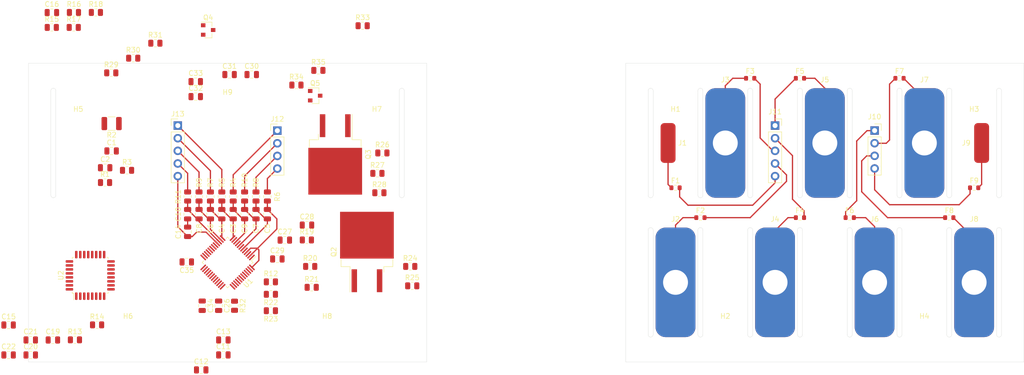
<source format=kicad_pcb>
(kicad_pcb (version 20171130) (host pcbnew 5.1.10-88a1d61d58~88~ubuntu20.04.1)
  (layers (0 F.Cu signal) (31 B.Cu signal) (34 B.Paste user) (35 F.Paste user) (36 B.SilkS user) (37 F.SilkS user) (38 B.Mask user) (39 F.Mask user) (44 Edge.Cuts user))
  (net 0 "")
  (net 1 "Net-(F1-Pad1)")
  (net 2 "Net-(F2-Pad1)")
  (net 3 "Net-(F3-Pad1)")
  (net 4 "Net-(F4-Pad1)")
  (net 5 "Net-(F5-Pad2)")
  (net 6 "Net-(F6-Pad2)")
  (net 7 "Net-(F7-Pad2)")
  (net 8 "Net-(F8-Pad2)")
  (net 9 "Net-(F9-Pad2)")
  (net 10 "Net-(C5-Pad1)")
  (net 11 "/Cell Measurement/REG18")
  (net 12 "/Cell Measurement/SRN")
  (net 13 "/Cell Measurement/SRP")
  (net 14 GND)
  (net 15 "Net-(C10-Pad1)")
  (net 16 "Net-(C6-Pad2)")
  (net 17 "Net-(C4-Pad2)")
  (net 18 "Net-(C3-Pad2)")
  (net 19 "Net-(C3-Pad1)")
  (net 20 "Net-(C7-Pad2)")
  (net 21 "Net-(C5-Pad2)")
  (net 22 "/Cell Measurement/C0")
  (net 23 "/Cell Interconnect/C0")
  (net 24 "/Cell Interconnect/C1")
  (net 25 "/Cell Interconnect/C2")
  (net 26 "/Cell Interconnect/C3")
  (net 27 "/Cell Interconnect/C4")
  (net 28 "/Cell Interconnect/C5")
  (net 29 "/Cell Interconnect/C6")
  (net 30 "/Cell Interconnect/C7")
  (net 31 "/Cell Interconnect/C8")
  (net 32 "/Cell Measurement/C5")
  (net 33 "/Cell Measurement/C6")
  (net 34 "/Cell Measurement/C7")
  (net 35 "/Cell Measurement/C8")
  (net 36 "/Cell Measurement/C1")
  (net 37 "/Cell Measurement/C2")
  (net 38 "/Cell Measurement/C3")
  (net 39 "/Cell Measurement/C4")
  (net 40 "Net-(C13-Pad1)")
  (net 41 +3V3)
  (net 42 "Net-(C26-Pad1)")
  (net 43 "Net-(C29-Pad1)")
  (net 44 "Net-(D2-Pad1)")
  (net 45 "Net-(R20-Pad1)")
  (net 46 "Net-(Q1-Pad1)")
  (net 47 "Net-(C34-Pad1)")
  (net 48 "Net-(C11-Pad1)")
  (net 49 "/Cell Measurement/PACK")
  (net 50 +BATT)
  (net 51 "/Cell Measurement/LD")
  (net 52 "/Cell Measurement/CHG")
  (net 53 "/Cell Measurement/DSG")
  (net 54 "/Cell Measurement/PCHG")
  (net 55 "/Cell Measurement/PDSG")
  (net 56 "/Cell Measurement/DDSG")
  (net 57 "/Cell Measurement/DCHG")
  (net 58 "/Cell Measurement/DFETOFF")
  (net 59 "/Cell Measurement/CFETOFF|CS")
  (net 60 "/Cell Measurement/MOSI")
  (net 61 "/Cell Measurement/MISO")
  (net 62 "/Cell Measurement/SCLK")
  (net 63 "/Cell Measurement/ALERT")
  (net 64 BATT+_CONST)
  (net 65 "/Cell Measurement/CENTER_CHG_DSG")
  (net 66 "Net-(D4-Pad1)")
  (net 67 "Net-(Q4-Pad2)")
  (net 68 "Net-(Q4-Pad1)")
  (net 69 "Net-(Q5-Pad2)")
  (net 70 "Net-(Q5-Pad1)")
  (net 71 "Net-(C30-Pad2)")
  (net 72 -BATT)
  (net 73 "Net-(C32-Pad1)")
  (net 74 "Net-(R13-Pad2)")
  (net 75 "Net-(R14-Pad2)")
  (net 76 /Microcontroller/NRST)
  (net 77 "Net-(R15-Pad1)")
  (net 78 /Microcontroller/USART2_TX)
  (net 79 /Microcontroller/USART2_RX)
  (module Resistor_SMD:R_0805_2012Metric (layer F.Cu) (at 63.54 49.77)
    (fp_text reference R18 (at 0 -1.65) (layer F.SilkS))
    (fp_text value 10k)
    (pad 2 smd roundrect (at 0.9125 0) (size 1.025 1.4) (layers F.Cu F.Paste F.Mask) (roundrect_rratio 0.243902) (net 59 "/Cell Measurement/CFETOFF|CS"))
    (pad 1 smd roundrect (at -0.9125 0) (size 1.025 1.4) (layers F.Cu F.Paste F.Mask) (roundrect_rratio 0.243902) (net 41 +3V3))
  )
  (module Resistor_SMD:R_0805_2012Metric (layer F.Cu) (at 59.09 52.78)
    (fp_text reference R17 (at 0 -1.65) (layer F.SilkS))
    (fp_text value 10k)
    (pad 2 smd roundrect (at 0.9125 0) (size 1.025 1.4) (layers F.Cu F.Paste F.Mask) (roundrect_rratio 0.243902) (net 79 /Microcontroller/USART2_RX))
    (pad 1 smd roundrect (at -0.9125 0) (size 1.025 1.4) (layers F.Cu F.Paste F.Mask) (roundrect_rratio 0.243902) (net 41 +3V3))
  )
  (module Resistor_SMD:R_0805_2012Metric (layer F.Cu) (at 59.13 49.77)
    (fp_text reference R16 (at 0 -1.65) (layer F.SilkS))
    (fp_text value 10k)
    (pad 2 smd roundrect (at 0.9125 0) (size 1.025 1.4) (layers F.Cu F.Paste F.Mask) (roundrect_rratio 0.243902) (net 78 /Microcontroller/USART2_TX))
    (pad 1 smd roundrect (at -0.9125 0) (size 1.025 1.4) (layers F.Cu F.Paste F.Mask) (roundrect_rratio 0.243902) (net 41 +3V3))
  )
  (module Resistor_SMD:R_0805_2012Metric (layer F.Cu) (at 54.68 52.78)
    (fp_text reference R15 (at 0 -1.65) (layer F.SilkS))
    (fp_text value 10k)
    (pad 2 smd roundrect (at 0.9125 0) (size 1.025 1.4) (layers F.Cu F.Paste F.Mask) (roundrect_rratio 0.243902))
    (pad 1 smd roundrect (at -0.9125 0) (size 1.025 1.4) (layers F.Cu F.Paste F.Mask) (roundrect_rratio 0.243902) (net 77 "Net-(R15-Pad1)"))
  )
  (module Capacitor_SMD:C_0805_2012Metric (layer F.Cu) (at 54.7 49.8)
    (fp_text reference C16 (at 0 -1.68) (layer F.SilkS))
    (fp_text value 100n)
    (pad 2 smd roundrect (at 0.95 0) (size 1 1.45) (layers F.Cu F.Paste F.Mask) (net 76 /Microcontroller/NRST))
    (pad 1 smd roundrect (at -0.95 0) (size 1 1.45) (layers F.Cu F.Paste F.Mask) (net 14 GND))
  )
  (module Package_QFP:LQFP-32_7x7mm_P0.8mm (layer F.Cu) (at 62.4 102.6 90)
    (fp_text reference U2 (at 0 -5.88 90) (layer F.SilkS))
    (fp_text value STM32L422KBTx)
    (pad 32 smd roundrect (at -2.8 -4.175 90) (size 0.5 1.5) (layers F.Cu F.Paste F.Mask) (net 14 GND))
    (pad 31 smd roundrect (at -2 -4.175 90) (size 0.5 1.5) (layers F.Cu F.Paste F.Mask) (net 77 "Net-(R15-Pad1)"))
    (pad 30 smd roundrect (at -1.2 -4.175 90) (size 0.5 1.5) (layers F.Cu F.Paste F.Mask))
    (pad 29 smd roundrect (at -0.4 -4.175 90) (size 0.5 1.5) (layers F.Cu F.Paste F.Mask))
    (pad 28 smd roundrect (at 0.4 -4.175 90) (size 0.5 1.5) (layers F.Cu F.Paste F.Mask))
    (pad 27 smd roundrect (at 1.2 -4.175 90) (size 0.5 1.5) (layers F.Cu F.Paste F.Mask) (net 63 "/Cell Measurement/ALERT"))
    (pad 26 smd roundrect (at 2 -4.175 90) (size 0.5 1.5) (layers F.Cu F.Paste F.Mask) (net 58 "/Cell Measurement/DFETOFF"))
    (pad 25 smd roundrect (at 2.8 -4.175 90) (size 0.5 1.5) (layers F.Cu F.Paste F.Mask))
    (pad 24 smd roundrect (at 4.175 -2.8 90) (size 1.5 0.5) (layers F.Cu F.Paste F.Mask))
    (pad 23 smd roundrect (at 4.175 -2 90) (size 1.5 0.5) (layers F.Cu F.Paste F.Mask))
    (pad 22 smd roundrect (at 4.175 -1.2 90) (size 1.5 0.5) (layers F.Cu F.Paste F.Mask) (net 75 "Net-(R14-Pad2)"))
    (pad 21 smd roundrect (at 4.175 -0.4 90) (size 1.5 0.5) (layers F.Cu F.Paste F.Mask) (net 74 "Net-(R13-Pad2)"))
    (pad 20 smd roundrect (at 4.175 0.4 90) (size 1.5 0.5) (layers F.Cu F.Paste F.Mask))
    (pad 19 smd roundrect (at 4.175 1.2 90) (size 1.5 0.5) (layers F.Cu F.Paste F.Mask))
    (pad 18 smd roundrect (at 4.175 2 90) (size 1.5 0.5) (layers F.Cu F.Paste F.Mask))
    (pad 17 smd roundrect (at 4.175 2.8 90) (size 1.5 0.5) (layers F.Cu F.Paste F.Mask) (net 41 +3V3))
    (pad 16 smd roundrect (at 2.8 4.175 90) (size 0.5 1.5) (layers F.Cu F.Paste F.Mask) (net 14 GND))
    (pad 15 smd roundrect (at 2 4.175 90) (size 0.5 1.5) (layers F.Cu F.Paste F.Mask) (net 57 "/Cell Measurement/DCHG"))
    (pad 14 smd roundrect (at 1.2 4.175 90) (size 0.5 1.5) (layers F.Cu F.Paste F.Mask) (net 56 "/Cell Measurement/DDSG"))
    (pad 13 smd roundrect (at 0.4 4.175 90) (size 0.5 1.5) (layers F.Cu F.Paste F.Mask) (net 60 "/Cell Measurement/MOSI"))
    (pad 12 smd roundrect (at -0.4 4.175 90) (size 0.5 1.5) (layers F.Cu F.Paste F.Mask) (net 61 "/Cell Measurement/MISO"))
    (pad 11 smd roundrect (at -1.2 4.175 90) (size 0.5 1.5) (layers F.Cu F.Paste F.Mask) (net 62 "/Cell Measurement/SCLK"))
    (pad 10 smd roundrect (at -2 4.175 90) (size 0.5 1.5) (layers F.Cu F.Paste F.Mask) (net 59 "/Cell Measurement/CFETOFF|CS"))
    (pad 9 smd roundrect (at -2.8 4.175 90) (size 0.5 1.5) (layers F.Cu F.Paste F.Mask) (net 79 /Microcontroller/USART2_RX))
    (pad 8 smd roundrect (at -4.175 2.8 90) (size 1.5 0.5) (layers F.Cu F.Paste F.Mask) (net 78 /Microcontroller/USART2_TX))
    (pad 7 smd roundrect (at -4.175 2 90) (size 1.5 0.5) (layers F.Cu F.Paste F.Mask))
    (pad 6 smd roundrect (at -4.175 1.2 90) (size 1.5 0.5) (layers F.Cu F.Paste F.Mask))
    (pad 5 smd roundrect (at -4.175 0.4 90) (size 1.5 0.5) (layers F.Cu F.Paste F.Mask) (net 41 +3V3))
    (pad 4 smd roundrect (at -4.175 -0.4 90) (size 1.5 0.5) (layers F.Cu F.Paste F.Mask) (net 76 /Microcontroller/NRST))
    (pad 3 smd roundrect (at -4.175 -1.2 90) (size 1.5 0.5) (layers F.Cu F.Paste F.Mask))
    (pad 2 smd roundrect (at -4.175 -2 90) (size 1.5 0.5) (layers F.Cu F.Paste F.Mask))
    (pad 1 smd roundrect (at -4.175 -2.8 90) (size 1.5 0.5) (layers F.Cu F.Paste F.Mask) (net 41 +3V3))
  )
  (module Resistor_SMD:R_1210_3225Metric (layer F.Cu) (at 66.7 72.1 180)
    (fp_text reference R2 (at 0 -2.28) (layer F.SilkS))
    (fp_text value 2m)
    (pad 2 smd roundrect (at 1.4625 0 180) (size 1.125 2.65) (layers F.Cu F.Paste F.Mask) (roundrect_rratio 0.222222) (net 14 GND))
    (pad 1 smd roundrect (at -1.4625 0 180) (size 1.125 2.65) (layers F.Cu F.Paste F.Mask) (roundrect_rratio 0.222222) (net 72 -BATT))
  )
  (module Resistor_SMD:R_0805_2012Metric (layer F.Cu) (at 108.24 61.41)
    (fp_text reference R35 (at 0 -1.65) (layer F.SilkS))
    (fp_text value 3.9k)
    (pad 2 smd roundrect (at 0.9125 0) (size 1.025 1.4) (layers F.Cu F.Paste F.Mask) (roundrect_rratio 0.243902) (net 50 +BATT))
    (pad 1 smd roundrect (at -0.9125 0) (size 1.025 1.4) (layers F.Cu F.Paste F.Mask) (roundrect_rratio 0.243902) (net 70 "Net-(Q5-Pad1)"))
  )
  (module Resistor_SMD:R_0805_2012Metric (layer F.Cu) (at 103.83 64.36)
    (fp_text reference R34 (at 0 -1.65) (layer F.SilkS))
    (fp_text value 1M)
    (pad 2 smd roundrect (at 0.9125 0) (size 1.025 1.4) (layers F.Cu F.Paste F.Mask) (roundrect_rratio 0.243902) (net 70 "Net-(Q5-Pad1)"))
    (pad 1 smd roundrect (at -0.9125 0) (size 1.025 1.4) (layers F.Cu F.Paste F.Mask) (roundrect_rratio 0.243902) (net 69 "Net-(Q5-Pad2)"))
  )
  (module Resistor_SMD:R_0805_2012Metric (layer F.Cu) (at 117.14 52.44)
    (fp_text reference R33 (at 0 -1.65) (layer F.SilkS))
    (fp_text value 5.1k)
    (pad 2 smd roundrect (at 0.9125 0) (size 1.025 1.4) (layers F.Cu F.Paste F.Mask) (roundrect_rratio 0.243902) (net 69 "Net-(Q5-Pad2)"))
    (pad 1 smd roundrect (at -0.9125 0) (size 1.025 1.4) (layers F.Cu F.Paste F.Mask) (roundrect_rratio 0.243902) (net 55 "/Cell Measurement/PDSG"))
  )
  (module Resistor_SMD:R_0805_2012Metric (layer F.Cu) (at 75.49 55.95)
    (fp_text reference R31 (at 0 -1.65) (layer F.SilkS))
    (fp_text value 5.1k)
    (pad 2 smd roundrect (at 0.9125 0) (size 1.025 1.4) (layers F.Cu F.Paste F.Mask) (roundrect_rratio 0.243902) (net 67 "Net-(Q4-Pad2)"))
    (pad 1 smd roundrect (at -0.9125 0) (size 1.025 1.4) (layers F.Cu F.Paste F.Mask) (roundrect_rratio 0.243902) (net 54 "/Cell Measurement/PCHG"))
  )
  (module Resistor_SMD:R_0805_2012Metric (layer F.Cu) (at 71.04 58.96)
    (fp_text reference R30 (at 0 -1.65) (layer F.SilkS))
    (fp_text value 1M)
    (pad 2 smd roundrect (at 0.9125 0) (size 1.025 1.4) (layers F.Cu F.Paste F.Mask) (roundrect_rratio 0.243902) (net 68 "Net-(Q4-Pad1)"))
    (pad 1 smd roundrect (at -0.9125 0) (size 1.025 1.4) (layers F.Cu F.Paste F.Mask) (roundrect_rratio 0.243902) (net 67 "Net-(Q4-Pad2)"))
  )
  (module Resistor_SMD:R_0805_2012Metric (layer F.Cu) (at 66.63 61.91)
    (fp_text reference R29 (at 0 -1.65) (layer F.SilkS))
    (fp_text value 3.9k)
    (pad 2 smd roundrect (at 0.9125 0) (size 1.025 1.4) (layers F.Cu F.Paste F.Mask) (roundrect_rratio 0.243902) (net 68 "Net-(Q4-Pad1)"))
    (pad 1 smd roundrect (at -0.9125 0) (size 1.025 1.4) (layers F.Cu F.Paste F.Mask) (roundrect_rratio 0.243902) (net 64 BATT+_CONST))
  )
  (module Resistor_SMD:R_0805_2012Metric (layer F.Cu) (at 120.5 86)
    (fp_text reference R28 (at 0 -1.65) (layer F.SilkS))
    (fp_text value 1k)
    (pad 2 smd roundrect (at 0.9125 0) (size 1.025 1.4) (layers F.Cu F.Paste F.Mask) (roundrect_rratio 0.243902) (net 66 "Net-(D4-Pad1)"))
    (pad 1 smd roundrect (at -0.9125 0) (size 1.025 1.4) (layers F.Cu F.Paste F.Mask) (roundrect_rratio 0.243902))
  )
  (module Resistor_SMD:R_0805_2012Metric (layer F.Cu) (at 120.1 82.1)
    (fp_text reference R27 (at 0 -1.65) (layer F.SilkS))
    (fp_text value 10k)
    (pad 2 smd roundrect (at 0.9125 0) (size 1.025 1.4) (layers F.Cu F.Paste F.Mask) (roundrect_rratio 0.243902) (net 50 +BATT))
    (pad 1 smd roundrect (at -0.9125 0) (size 1.025 1.4) (layers F.Cu F.Paste F.Mask) (roundrect_rratio 0.243902) (net 66 "Net-(D4-Pad1)"))
  )
  (module Resistor_SMD:R_0805_2012Metric (layer F.Cu) (at 121.1 78)
    (fp_text reference R26 (at 0 -1.65) (layer F.SilkS))
    (fp_text value 10k)
    (pad 2 smd roundrect (at 0.9125 0) (size 1.025 1.4) (layers F.Cu F.Paste F.Mask) (roundrect_rratio 0.243902) (net 66 "Net-(D4-Pad1)"))
    (pad 1 smd roundrect (at -0.9125 0) (size 1.025 1.4) (layers F.Cu F.Paste F.Mask) (roundrect_rratio 0.243902) (net 53 "/Cell Measurement/DSG"))
  )
  (module Resistor_SMD:R_0805_2012Metric (layer F.Cu) (at 127.1 104.7)
    (fp_text reference R25 (at 0 -1.65) (layer F.SilkS))
    (fp_text value 5.1k)
    (pad 2 smd roundrect (at 0.9125 0) (size 1.025 1.4) (layers F.Cu F.Paste F.Mask) (roundrect_rratio 0.243902) (net 44 "Net-(D2-Pad1)"))
    (pad 1 smd roundrect (at -0.9125 0) (size 1.025 1.4) (layers F.Cu F.Paste F.Mask) (roundrect_rratio 0.243902) (net 52 "/Cell Measurement/CHG"))
  )
  (module Resistor_SMD:R_0805_2012Metric (layer F.Cu) (at 126.7 100.8)
    (fp_text reference R24 (at 0 -1.65) (layer F.SilkS))
    (fp_text value 10k)
    (pad 2 smd roundrect (at 0.9125 0) (size 1.025 1.4) (layers F.Cu F.Paste F.Mask) (roundrect_rratio 0.243902) (net 64 BATT+_CONST))
    (pad 1 smd roundrect (at -0.9125 0) (size 1.025 1.4) (layers F.Cu F.Paste F.Mask) (roundrect_rratio 0.243902) (net 44 "Net-(D2-Pad1)"))
  )
  (module Resistor_SMD:R_0805_2012Metric (layer F.Cu) (at 59.33 115.55)
    (fp_text reference R13 (at 0 -1.65) (layer F.SilkS))
    (fp_text value 22)
    (pad 2 smd roundrect (at 0.9125 0) (size 1.025 1.4) (layers F.Cu F.Paste F.Mask) (roundrect_rratio 0.243902) (net 74 "Net-(R13-Pad2)"))
    (pad 1 smd roundrect (at -0.9125 0) (size 1.025 1.4) (layers F.Cu F.Paste F.Mask) (roundrect_rratio 0.243902))
  )
  (module Resistor_SMD:R_0805_2012Metric (layer F.Cu) (at 63.78 112.54)
    (fp_text reference R14 (at 0 -1.65) (layer F.SilkS))
    (fp_text value 22)
    (pad 2 smd roundrect (at 0.9125 0) (size 1.025 1.4) (layers F.Cu F.Paste F.Mask) (roundrect_rratio 0.243902) (net 75 "Net-(R14-Pad2)"))
    (pad 1 smd roundrect (at -0.9125 0) (size 1.025 1.4) (layers F.Cu F.Paste F.Mask) (roundrect_rratio 0.243902))
  )
  (module Resistor_SMD:R_0805_2012Metric (layer F.Cu) (at 69.8 81.49)
    (fp_text reference R3 (at 0 -1.65) (layer F.SilkS))
    (fp_text value 100)
    (pad 2 smd roundrect (at 0.9125 0) (size 1.025 1.4) (layers F.Cu F.Paste F.Mask) (roundrect_rratio 0.243902) (net 72 -BATT))
    (pad 1 smd roundrect (at -0.9125 0) (size 1.025 1.4) (layers F.Cu F.Paste F.Mask) (roundrect_rratio 0.243902) (net 12 "/Cell Measurement/SRN"))
  )
  (module Resistor_SMD:R_0805_2012Metric (layer F.Cu) (at 65.38 83.95)
    (fp_text reference R1 (at 0 -1.65) (layer F.SilkS))
    (fp_text value 100)
    (pad 2 smd roundrect (at 0.9125 0) (size 1.025 1.4) (layers F.Cu F.Paste F.Mask) (roundrect_rratio 0.243902) (net 13 "/Cell Measurement/SRP"))
    (pad 1 smd roundrect (at -0.9125 0) (size 1.025 1.4) (layers F.Cu F.Paste F.Mask) (roundrect_rratio 0.243902) (net 14 GND))
  )
  (module Capacitor_SMD:C_0805_2012Metric (layer F.Cu) (at 83.6 63.67)
    (fp_text reference C33 (at 0 -1.68) (layer F.SilkS))
    (fp_text value 0.1u)
    (pad 2 smd roundrect (at 0.95 0) (size 1 1.45) (layers F.Cu F.Paste F.Mask) (net 73 "Net-(C32-Pad1)"))
    (pad 1 smd roundrect (at -0.95 0) (size 1 1.45) (layers F.Cu F.Paste F.Mask) (net 50 +BATT))
  )
  (module Capacitor_SMD:C_0805_2012Metric (layer F.Cu) (at 83.6 66.68)
    (fp_text reference C32 (at 0 -1.68) (layer F.SilkS))
    (fp_text value 0.1u)
    (pad 2 smd roundrect (at 0.95 0) (size 1 1.45) (layers F.Cu F.Paste F.Mask) (net 64 BATT+_CONST))
    (pad 1 smd roundrect (at -0.95 0) (size 1 1.45) (layers F.Cu F.Paste F.Mask) (net 73 "Net-(C32-Pad1)"))
  )
  (module Capacitor_SMD:C_0805_2012Metric (layer F.Cu) (at 90.4 62.25)
    (fp_text reference C31 (at 0 -1.68) (layer F.SilkS))
    (fp_text value 0.1u)
    (pad 2 smd roundrect (at 0.95 0) (size 1 1.45) (layers F.Cu F.Paste F.Mask) (net 50 +BATT))
    (pad 1 smd roundrect (at -0.95 0) (size 1 1.45) (layers F.Cu F.Paste F.Mask) (net 71 "Net-(C30-Pad2)"))
  )
  (module Capacitor_SMD:C_0805_2012Metric (layer F.Cu) (at 94.85 62.25)
    (fp_text reference C30 (at 0 -1.68) (layer F.SilkS))
    (fp_text value 0.1u)
    (pad 2 smd roundrect (at 0.95 0) (size 1 1.45) (layers F.Cu F.Paste F.Mask) (net 71 "Net-(C30-Pad2)"))
    (pad 1 smd roundrect (at -0.95 0) (size 1 1.45) (layers F.Cu F.Paste F.Mask) (net 72 -BATT))
  )
  (module Capacitor_SMD:C_0805_2012Metric (layer F.Cu) (at 46 118.59)
    (fp_text reference C22 (at 0 -1.68) (layer F.SilkS))
    (fp_text value 10n)
    (pad 2 smd roundrect (at 0.95 0) (size 1 1.45) (layers F.Cu F.Paste F.Mask) (net 41 +3V3))
    (pad 1 smd roundrect (at -0.95 0) (size 1 1.45) (layers F.Cu F.Paste F.Mask) (net 14 GND))
  )
  (module Capacitor_SMD:C_0805_2012Metric (layer F.Cu) (at 50.45 115.58)
    (fp_text reference C21 (at 0 -1.68) (layer F.SilkS))
    (fp_text value 1u)
    (pad 2 smd roundrect (at 0.95 0) (size 1 1.45) (layers F.Cu F.Paste F.Mask) (net 41 +3V3))
    (pad 1 smd roundrect (at -0.95 0) (size 1 1.45) (layers F.Cu F.Paste F.Mask) (net 14 GND))
  )
  (module Capacitor_SMD:C_0805_2012Metric (layer F.Cu) (at 50.45 118.59)
    (fp_text reference C20 (at 0 -1.68) (layer F.SilkS))
    (fp_text value 0.1u)
    (pad 2 smd roundrect (at 0.95 0) (size 1 1.45) (layers F.Cu F.Paste F.Mask) (net 41 +3V3))
    (pad 1 smd roundrect (at -0.95 0) (size 1 1.45) (layers F.Cu F.Paste F.Mask) (net 14 GND))
  )
  (module Capacitor_SMD:C_0805_2012Metric (layer F.Cu) (at 54.9 115.58)
    (fp_text reference C19 (at 0 -1.68) (layer F.SilkS))
    (fp_text value 0.1u)
    (pad 2 smd roundrect (at 0.95 0) (size 1 1.45) (layers F.Cu F.Paste F.Mask) (net 41 +3V3))
    (pad 1 smd roundrect (at -0.95 0) (size 1 1.45) (layers F.Cu F.Paste F.Mask) (net 14 GND))
  )
  (module Capacitor_SMD:C_0805_2012Metric (layer F.Cu) (at 46 112.57)
    (fp_text reference C15 (at 0 -1.68) (layer F.SilkS))
    (fp_text value 4.7u)
    (pad 2 smd roundrect (at 0.95 0) (size 1 1.45) (layers F.Cu F.Paste F.Mask) (net 41 +3V3))
    (pad 1 smd roundrect (at -0.95 0) (size 1 1.45) (layers F.Cu F.Paste F.Mask) (net 14 GND))
  )
  (module Capacitor_SMD:C_0805_2012Metric (layer F.Cu) (at 89.15 115.57)
    (fp_text reference C13 (at 0 -1.68) (layer F.SilkS))
    (fp_text value 0.47u)
    (pad 2 smd roundrect (at 0.95 0) (size 1 1.45) (layers F.Cu F.Paste F.Mask) (net 48 "Net-(C11-Pad1)"))
    (pad 1 smd roundrect (at -0.95 0) (size 1 1.45) (layers F.Cu F.Paste F.Mask) (net 40 "Net-(C13-Pad1)"))
  )
  (module Capacitor_SMD:C_0805_2012Metric (layer F.Cu) (at 84.7 121.59)
    (fp_text reference C12 (at 0 -1.68) (layer F.SilkS))
    (fp_text value 100p)
    (pad 2 smd roundrect (at 0.95 0) (size 1 1.45) (layers F.Cu F.Paste F.Mask) (net 14 GND))
    (pad 1 smd roundrect (at -0.95 0) (size 1 1.45) (layers F.Cu F.Paste F.Mask) (net 48 "Net-(C11-Pad1)"))
  )
  (module Capacitor_SMD:C_0805_2012Metric (layer F.Cu) (at 89.15 118.58)
    (fp_text reference C11 (at 0 -1.68) (layer F.SilkS))
    (fp_text value 1u)
    (pad 2 smd roundrect (at 0.95 0) (size 1 1.45) (layers F.Cu F.Paste F.Mask) (net 14 GND))
    (pad 1 smd roundrect (at -0.95 0) (size 1 1.45) (layers F.Cu F.Paste F.Mask) (net 48 "Net-(C11-Pad1)"))
  )
  (module Capacitor_SMD:C_0805_2012Metric (layer F.Cu) (at 65.4 80.97)
    (fp_text reference C2 (at 0 -1.68) (layer F.SilkS))
    (fp_text value 0.1u)
    (pad 2 smd roundrect (at 0.95 0) (size 1 1.45) (layers F.Cu F.Paste F.Mask) (net 13 "/Cell Measurement/SRP"))
    (pad 1 smd roundrect (at -0.95 0) (size 1 1.45) (layers F.Cu F.Paste F.Mask) (net 12 "/Cell Measurement/SRN"))
  )
  (module Capacitor_SMD:C_0805_2012Metric (layer F.Cu) (at 66.7 77.6)
    (fp_text reference C1 (at 0 -1.68) (layer F.SilkS))
    (fp_text value 100p)
    (pad 2 smd roundrect (at 0.95 0) (size 1 1.45) (layers F.Cu F.Paste F.Mask) (net 13 "/Cell Measurement/SRP"))
    (pad 1 smd roundrect (at -0.95 0) (size 1 1.45) (layers F.Cu F.Paste F.Mask) (net 12 "/Cell Measurement/SRN"))
  )
  (module Package_TO_SOT_SMD:SOT-23 (layer F.Cu) (at 107.6 66.5)
    (fp_text reference Q5 (at 0 -2.5) (layer F.SilkS))
    (fp_text value ZXMP10A13FTA)
    (pad 3 smd rect (at 1 0) (size 0.9 0.8) (layers F.Cu F.Paste F.Mask) (net 65 "/Cell Measurement/CENTER_CHG_DSG"))
    (pad 2 smd rect (at -1 0.95) (size 0.9 0.8) (layers F.Cu F.Paste F.Mask) (net 69 "Net-(Q5-Pad2)"))
    (pad 1 smd rect (at -1 -0.95) (size 0.9 0.8) (layers F.Cu F.Paste F.Mask) (net 70 "Net-(Q5-Pad1)"))
  )
  (module Package_TO_SOT_SMD:SOT-23 (layer F.Cu) (at 86.1 53.3)
    (fp_text reference Q4 (at 0 -2.5) (layer F.SilkS))
    (fp_text value ZXMP10A13FTA)
    (pad 3 smd rect (at 1 0) (size 0.9 0.8) (layers F.Cu F.Paste F.Mask) (net 65 "/Cell Measurement/CENTER_CHG_DSG"))
    (pad 2 smd rect (at -1 0.95) (size 0.9 0.8) (layers F.Cu F.Paste F.Mask) (net 67 "Net-(Q4-Pad2)"))
    (pad 1 smd rect (at -1 -0.95) (size 0.9 0.8) (layers F.Cu F.Paste F.Mask) (net 68 "Net-(Q4-Pad1)"))
  )
  (module Package_TO_SOT_SMD:TO-263-2 (layer F.Cu) (at 111.625 78.3 270)
    (fp_text reference Q3 (at 0 -6.65 90) (layer F.SilkS))
    (fp_text value CSD19506KTT)
    (pad 2 smd rect (at 3.375 0 270) (size 9.4 10.8) (layers F.Cu F.Mask) (net 65 "/Cell Measurement/CENTER_CHG_DSG"))
    (pad 3 smd rect (at -5.775 2.54 270) (size 4.6 1.1) (layers F.Cu F.Paste F.Mask) (net 50 +BATT))
    (pad 1 smd rect (at -5.775 -2.54 270) (size 4.6 1.1) (layers F.Cu F.Paste F.Mask) (net 66 "Net-(D4-Pad1)"))
  )
  (module Package_TO_SOT_SMD:TO-263-2 (layer F.Cu) (at 118 97.9 90)
    (fp_text reference Q2 (at 0 -6.65 90) (layer F.SilkS))
    (fp_text value CSD19506KTT)
    (pad 2 smd rect (at 3.375 0 90) (size 9.4 10.8) (layers F.Cu F.Mask) (net 65 "/Cell Measurement/CENTER_CHG_DSG"))
    (pad 3 smd rect (at -5.775 2.54 90) (size 4.6 1.1) (layers F.Cu F.Paste F.Mask) (net 64 BATT+_CONST))
    (pad 1 smd rect (at -5.775 -2.54 90) (size 4.6 1.1) (layers F.Cu F.Paste F.Mask) (net 44 "Net-(D2-Pad1)"))
  )
  (module Resistor_SMD:R_0805_2012Metric (layer F.Cu) (at 91.4 108.7 270)
    (fp_text reference R32 (at 0 -1.65 90) (layer F.SilkS))
    (fp_text value 10M)
    (pad 2 smd roundrect (at 0.9125 0 270) (size 1.025 1.4) (layers F.Cu F.Paste F.Mask) (roundrect_rratio 0.243902) (net 14 GND))
    (pad 1 smd roundrect (at -0.9125 0 270) (size 1.025 1.4) (layers F.Cu F.Paste F.Mask) (roundrect_rratio 0.243902) (net 46 "Net-(Q1-Pad1)"))
  )
  (module Resistor_SMD:R_0805_2012Metric (layer F.Cu) (at 98.7 109.7 180)
    (fp_text reference R23 (at 0 -1.65) (layer F.SilkS))
    (fp_text value 10k)
    (pad 2 smd roundrect (at 0.9125 0 180) (size 1.025 1.4) (layers F.Cu F.Paste F.Mask) (roundrect_rratio 0.243902) (net 51 "/Cell Measurement/LD"))
    (pad 1 smd roundrect (at -0.9125 0 180) (size 1.025 1.4) (layers F.Cu F.Paste F.Mask) (roundrect_rratio 0.243902) (net 50 +BATT))
  )
  (module Resistor_SMD:R_0805_2012Metric (layer F.Cu) (at 98.7 106.4 180)
    (fp_text reference R22 (at 0 -1.65) (layer F.SilkS))
    (fp_text value 10k)
    (pad 2 smd roundrect (at 0.9125 0 180) (size 1.025 1.4) (layers F.Cu F.Paste F.Mask) (roundrect_rratio 0.243902) (net 49 "/Cell Measurement/PACK"))
    (pad 1 smd roundrect (at -0.9125 0 180) (size 1.025 1.4) (layers F.Cu F.Paste F.Mask) (roundrect_rratio 0.243902) (net 50 +BATT))
  )
  (module MountingHole:MountingHole_3.2mm_M3 (layer F.Cu) (at 90 70)
    (fp_text reference H9 (at 0 -4.2) (layer F.SilkS))
    (fp_text value MountingHole)
    (pad 1 np_thru_hole circle (at 0 0) (size 3.2 3.2) (drill 3.2) (layers *.Cu *.Mask))
  )
  (module Capacitor_SMD:C_0805_2012Metric (layer F.Cu) (at 81.8 99.9 180)
    (fp_text reference C35 (at 0 -1.68) (layer F.SilkS))
    (fp_text value 2.2u)
    (pad 2 smd roundrect (at 0.95 0 180) (size 1 1.45) (layers F.Cu F.Paste F.Mask) (net 14 GND))
    (pad 1 smd roundrect (at -0.95 0 180) (size 1 1.45) (layers F.Cu F.Paste F.Mask) (net 11 "/Cell Measurement/REG18"))
  )
  (module Capacitor_SMD:C_0805_2012Metric (layer F.Cu) (at 84.9 108.7 270)
    (fp_text reference C34 (at 0 -1.68 90) (layer F.SilkS))
    (fp_text value 0.1u)
    (pad 2 smd roundrect (at 0.95 0 270) (size 1 1.45) (layers F.Cu F.Paste F.Mask) (net 14 GND))
    (pad 1 smd roundrect (at -0.95 0 270) (size 1 1.45) (layers F.Cu F.Paste F.Mask) (net 47 "Net-(C34-Pad1)"))
  )
  (module Resistor_SMD:R_0805_2012Metric (layer F.Cu) (at 106.9 105)
    (fp_text reference R21 (at 0 -1.65) (layer F.SilkS))
    (fp_text value 150)
    (pad 2 smd roundrect (at 0.9125 0) (size 1.025 1.4) (layers F.Cu F.Paste F.Mask) (roundrect_rratio 0.243902) (net 45 "Net-(R20-Pad1)"))
    (pad 1 smd roundrect (at -0.9125 0) (size 1.025 1.4) (layers F.Cu F.Paste F.Mask) (roundrect_rratio 0.243902) (net 43 "Net-(C29-Pad1)"))
  )
  (module Resistor_SMD:R_0805_2012Metric (layer F.Cu) (at 106.6 100.8)
    (fp_text reference R20 (at 0 -1.65) (layer F.SilkS))
    (fp_text value 150)
    (pad 2 smd roundrect (at 0.9125 0) (size 1.025 1.4) (layers F.Cu F.Paste F.Mask) (roundrect_rratio 0.243902))
    (pad 1 smd roundrect (at -0.9125 0) (size 1.025 1.4) (layers F.Cu F.Paste F.Mask) (roundrect_rratio 0.243902) (net 45 "Net-(R20-Pad1)"))
  )
  (module Resistor_SMD:R_0805_2012Metric (layer F.Cu) (at 105.93 95.48)
    (fp_text reference R19 (at 0 -1.65) (layer F.SilkS))
    (fp_text value 10k)
    (pad 2 smd roundrect (at 0.9125 0) (size 1.025 1.4) (layers F.Cu F.Paste F.Mask) (roundrect_rratio 0.243902) (net 14 GND))
    (pad 1 smd roundrect (at -0.9125 0) (size 1.025 1.4) (layers F.Cu F.Paste F.Mask) (roundrect_rratio 0.243902) (net 47 "Net-(C34-Pad1)"))
  )
  (module Capacitor_SMD:C_0805_2012Metric (layer F.Cu) (at 100 99.3)
    (fp_text reference C29 (at 0 -1.68) (layer F.SilkS))
    (fp_text value 1u)
    (pad 2 smd roundrect (at 0.95 0) (size 1 1.45) (layers F.Cu F.Paste F.Mask) (net 14 GND))
    (pad 1 smd roundrect (at -0.95 0) (size 1 1.45) (layers F.Cu F.Paste F.Mask) (net 43 "Net-(C29-Pad1)"))
  )
  (module Capacitor_SMD:C_0805_2012Metric (layer F.Cu) (at 105.95 92.5)
    (fp_text reference C28 (at 0 -1.68) (layer F.SilkS))
    (fp_text value 1u)
    (pad 2 smd roundrect (at 0.95 0) (size 1 1.45) (layers F.Cu F.Paste F.Mask) (net 14 GND))
    (pad 1 smd roundrect (at -0.95 0) (size 1 1.45) (layers F.Cu F.Paste F.Mask) (net 41 +3V3))
  )
  (module Capacitor_SMD:C_0805_2012Metric (layer F.Cu) (at 101.5 95.51)
    (fp_text reference C27 (at 0 -1.68) (layer F.SilkS))
    (fp_text value 1u)
    (pad 2 smd roundrect (at 0.95 0) (size 1 1.45) (layers F.Cu F.Paste F.Mask) (net 14 GND))
    (pad 1 smd roundrect (at -0.95 0) (size 1 1.45) (layers F.Cu F.Paste F.Mask) (net 41 +3V3))
  )
  (module Capacitor_SMD:C_0805_2012Metric (layer F.Cu) (at 88.2 108.7 270)
    (fp_text reference C26 (at 0 -1.68 90) (layer F.SilkS))
    (fp_text value 22n)
    (pad 2 smd roundrect (at 0.95 0 270) (size 1 1.45) (layers F.Cu F.Paste F.Mask) (net 41 +3V3))
    (pad 1 smd roundrect (at -0.95 0 270) (size 1 1.45) (layers F.Cu F.Paste F.Mask) (net 42 "Net-(C26-Pad1)"))
  )
  (module Resistor_SMD:R_0805_2012Metric (layer F.Cu) (at 98.7 103.9)
    (fp_text reference R12 (at 0 -1.65) (layer F.SilkS))
    (fp_text value 100)
    (pad 2 smd roundrect (at 0.9125 0) (size 1.025 1.4) (layers F.Cu F.Paste F.Mask) (roundrect_rratio 0.243902))
    (pad 1 smd roundrect (at -0.9125 0) (size 1.025 1.4) (layers F.Cu F.Paste F.Mask) (roundrect_rratio 0.243902) (net 48 "Net-(C11-Pad1)"))
  )
  (module Capacitor_SMD:C_0805_2012Metric (layer F.Cu) (at 81.973332 93.85 90)
    (fp_text reference C14 (at 0 -1.873332 90) (layer F.SilkS))
    (fp_text value 220n)
    (pad 2 smd roundrect (at 0.95 0 90) (size 1 1.45) (layers F.Cu F.Paste F.Mask) (net 14 GND))
    (pad 1 smd roundrect (at -0.95 0 90) (size 1 1.45) (layers F.Cu F.Paste F.Mask) (net 22 "/Cell Measurement/C0"))
  )
  (module Connector_PinSocket_2.54mm:PinSocket_1x05_P2.54mm_Vertical (layer F.Cu) (at 200 72.5)
    (fp_text reference J11 (at 0 -2.77) (layer F.SilkS))
    (fp_text value "Taps 0-5")
    (pad 5 thru_hole oval (at 0 10.16) (size 1.7 1.7) (drill 1) (layers *.Cu *.Mask) (net 23 "/Cell Interconnect/C0"))
    (pad 4 thru_hole oval (at 0 7.62) (size 1.7 1.7) (drill 1) (layers *.Cu *.Mask) (net 24 "/Cell Interconnect/C1"))
    (pad 3 thru_hole oval (at 0 5.08) (size 1.7 1.7) (drill 1) (layers *.Cu *.Mask) (net 25 "/Cell Interconnect/C2"))
    (pad 2 thru_hole oval (at 0 2.54) (size 1.7 1.7) (drill 1) (layers *.Cu *.Mask) (net 26 "/Cell Interconnect/C3"))
    (pad 1 thru_hole rect (at 0 0) (size 1.7 1.7) (drill 1) (layers *.Cu *.Mask) (net 27 "/Cell Interconnect/C4"))
  )
  (module Connector_PinHeader_2.54mm:PinHeader_1x04_P2.54mm_Vertical (layer F.Cu) (at 100 73.52)
    (fp_text reference J12 (at 0 -2.33) (layer F.SilkS))
    (fp_text value "Taps 6-8")
    (pad 4 thru_hole oval (at 0 7.62) (size 1.7 1.7) (drill 1) (layers *.Cu *.Mask) (net 35 "/Cell Measurement/C8"))
    (pad 3 thru_hole oval (at 0 5.08) (size 1.7 1.7) (drill 1) (layers *.Cu *.Mask) (net 34 "/Cell Measurement/C7"))
    (pad 2 thru_hole oval (at 0 2.54) (size 1.7 1.7) (drill 1) (layers *.Cu *.Mask) (net 33 "/Cell Measurement/C6"))
    (pad 1 thru_hole rect (at 0 0) (size 1.7 1.7) (drill 1) (layers *.Cu *.Mask) (net 32 "/Cell Measurement/C5"))
  )
  (module Connector_PinHeader_2.54mm:PinHeader_1x05_P2.54mm_Vertical (layer F.Cu) (at 80 72.5)
    (fp_text reference J13 (at 0 -2.33) (layer F.SilkS))
    (fp_text value "Taps 0-5")
    (pad 5 thru_hole oval (at 0 10.16) (size 1.7 1.7) (drill 1) (layers *.Cu *.Mask) (net 22 "/Cell Measurement/C0"))
    (pad 4 thru_hole oval (at 0 7.62) (size 1.7 1.7) (drill 1) (layers *.Cu *.Mask) (net 36 "/Cell Measurement/C1"))
    (pad 3 thru_hole oval (at 0 5.08) (size 1.7 1.7) (drill 1) (layers *.Cu *.Mask) (net 37 "/Cell Measurement/C2"))
    (pad 2 thru_hole oval (at 0 2.54) (size 1.7 1.7) (drill 1) (layers *.Cu *.Mask) (net 38 "/Cell Measurement/C3"))
    (pad 1 thru_hole rect (at 0 0) (size 1.7 1.7) (drill 1) (layers *.Cu *.Mask) (net 39 "/Cell Measurement/C4"))
  )
  (module Connector_PinSocket_2.54mm:PinSocket_1x04_P2.54mm_Vertical (layer F.Cu) (at 220 73.5)
    (fp_text reference J10 (at 0 -2.77) (layer F.SilkS))
    (fp_text value "Taps 6-8")
    (pad 4 thru_hole oval (at 0 7.62) (size 1.7 1.7) (drill 1) (layers *.Cu *.Mask) (net 31 "/Cell Interconnect/C8"))
    (pad 3 thru_hole oval (at 0 5.08) (size 1.7 1.7) (drill 1) (layers *.Cu *.Mask) (net 30 "/Cell Interconnect/C7"))
    (pad 2 thru_hole oval (at 0 2.54) (size 1.7 1.7) (drill 1) (layers *.Cu *.Mask) (net 29 "/Cell Interconnect/C6"))
    (pad 1 thru_hole rect (at 0 0) (size 1.7 1.7) (drill 1) (layers *.Cu *.Mask) (net 28 "/Cell Interconnect/C5"))
  )
  (module Resistor_SMD:R_0805_2012Metric (layer F.Cu) (at 81.973332 86.75 270)
    (fp_text reference R11 (at 0.049999 1.873332 90) (layer F.SilkS))
    (fp_text value 20)
    (pad 2 smd roundrect (at 0.9125 0 270) (size 1.025 1.4) (layers F.Cu F.Paste F.Mask) (roundrect_rratio 0.243902) (net 15 "Net-(C10-Pad1)"))
    (pad 1 smd roundrect (at -0.9125 0 270) (size 1.025 1.4) (layers F.Cu F.Paste F.Mask) (roundrect_rratio 0.243902) (net 36 "/Cell Measurement/C1"))
  )
  (module Resistor_SMD:R_0805_2012Metric (layer F.Cu) (at 93.420942 86.75 270)
    (fp_text reference R10 (at -3.276191 -0.007426 90) (layer F.SilkS))
    (fp_text value 20)
    (pad 2 smd roundrect (at 0.9125 0 270) (size 1.025 1.4) (layers F.Cu F.Paste F.Mask) (roundrect_rratio 0.243902) (net 20 "Net-(C7-Pad2)"))
    (pad 1 smd roundrect (at -0.9125 0 270) (size 1.025 1.4) (layers F.Cu F.Paste F.Mask) (roundrect_rratio 0.243902) (net 33 "/Cell Measurement/C6"))
  )
  (module Resistor_SMD:R_0805_2012Metric (layer F.Cu) (at 84.262854 86.75 270)
    (fp_text reference R9 (at -2.8 -0.037146 90) (layer F.SilkS))
    (fp_text value 20)
    (pad 2 smd roundrect (at 0.9125 0 270) (size 1.025 1.4) (layers F.Cu F.Paste F.Mask) (roundrect_rratio 0.243902) (net 16 "Net-(C6-Pad2)"))
    (pad 1 smd roundrect (at -0.9125 0 270) (size 1.025 1.4) (layers F.Cu F.Paste F.Mask) (roundrect_rratio 0.243902) (net 37 "/Cell Measurement/C2"))
  )
  (module Resistor_SMD:R_0805_2012Metric (layer F.Cu) (at 95.710464 86.75 270)
    (fp_text reference R8 (at -2.8 0 90) (layer F.SilkS))
    (fp_text value 20)
    (pad 2 smd roundrect (at 0.9125 0 270) (size 1.025 1.4) (layers F.Cu F.Paste F.Mask) (roundrect_rratio 0.243902) (net 21 "Net-(C5-Pad2)"))
    (pad 1 smd roundrect (at -0.9125 0 270) (size 1.025 1.4) (layers F.Cu F.Paste F.Mask) (roundrect_rratio 0.243902) (net 34 "/Cell Measurement/C7"))
  )
  (module Resistor_SMD:R_0805_2012Metric (layer F.Cu) (at 86.552376 86.75 270)
    (fp_text reference R7 (at -2.8 -0.029716 90) (layer F.SilkS))
    (fp_text value 20)
    (pad 2 smd roundrect (at 0.9125 0 270) (size 1.025 1.4) (layers F.Cu F.Paste F.Mask) (roundrect_rratio 0.243902) (net 17 "Net-(C4-Pad2)"))
    (pad 1 smd roundrect (at -0.9125 0 270) (size 1.025 1.4) (layers F.Cu F.Paste F.Mask) (roundrect_rratio 0.243902) (net 38 "/Cell Measurement/C3"))
  )
  (module Resistor_SMD:R_0805_2012Metric (layer F.Cu) (at 97.999986 86.75 270)
    (fp_text reference R6 (at 0.05 -2.000014 90) (layer F.SilkS))
    (fp_text value 20)
    (pad 2 smd roundrect (at 0.9125 0 270) (size 1.025 1.4) (layers F.Cu F.Paste F.Mask) (roundrect_rratio 0.243902) (net 10 "Net-(C5-Pad1)"))
    (pad 1 smd roundrect (at -0.9125 0 270) (size 1.025 1.4) (layers F.Cu F.Paste F.Mask) (roundrect_rratio 0.243902) (net 35 "/Cell Measurement/C8"))
  )
  (module Resistor_SMD:R_0805_2012Metric (layer F.Cu) (at 88.841898 86.75 270)
    (fp_text reference R5 (at -2.8 -0.022286 90) (layer F.SilkS))
    (fp_text value 20)
    (pad 2 smd roundrect (at 0.9125 0 270) (size 1.025 1.4) (layers F.Cu F.Paste F.Mask) (roundrect_rratio 0.243902) (net 18 "Net-(C3-Pad2)"))
    (pad 1 smd roundrect (at -0.9125 0 270) (size 1.025 1.4) (layers F.Cu F.Paste F.Mask) (roundrect_rratio 0.243902) (net 39 "/Cell Measurement/C4"))
  )
  (module Resistor_SMD:R_0805_2012Metric (layer F.Cu) (at 91.13142 86.75 270)
    (fp_text reference R4 (at -2.8 -0.014856 90) (layer F.SilkS))
    (fp_text value 20)
    (pad 2 smd roundrect (at 0.9125 0 270) (size 1.025 1.4) (layers F.Cu F.Paste F.Mask) (roundrect_rratio 0.243902) (net 19 "Net-(C3-Pad1)"))
    (pad 1 smd roundrect (at -0.9125 0 270) (size 1.025 1.4) (layers F.Cu F.Paste F.Mask) (roundrect_rratio 0.243902) (net 32 "/Cell Measurement/C5"))
  )
  (module Capacitor_SMD:C_0805_2012Metric (layer F.Cu) (at 81.973332 90.3 270)
    (fp_text reference C10 (at 0 1.873332 90) (layer F.SilkS))
    (fp_text value 220n)
    (pad 2 smd roundrect (at 0.95 0 270) (size 1 1.45) (layers F.Cu F.Paste F.Mask) (net 14 GND))
    (pad 1 smd roundrect (at -0.95 0 270) (size 1 1.45) (layers F.Cu F.Paste F.Mask) (net 15 "Net-(C10-Pad1)"))
  )
  (module Capacitor_SMD:C_0805_2012Metric (layer F.Cu) (at 93.420942 90.3 270)
    (fp_text reference C9 (at 2.9 -0.007628 90) (layer F.SilkS))
    (fp_text value 220n)
    (pad 2 smd roundrect (at 0.95 0 270) (size 1 1.45) (layers F.Cu F.Paste F.Mask) (net 19 "Net-(C3-Pad1)"))
    (pad 1 smd roundrect (at -0.95 0 270) (size 1 1.45) (layers F.Cu F.Paste F.Mask) (net 20 "Net-(C7-Pad2)"))
  )
  (module Capacitor_SMD:C_0805_2012Metric (layer F.Cu) (at 84.262854 90.3 270)
    (fp_text reference C8 (at 2.9 -0.02286 90) (layer F.SilkS))
    (fp_text value 220n)
    (pad 2 smd roundrect (at 0.95 0 270) (size 1 1.45) (layers F.Cu F.Paste F.Mask) (net 15 "Net-(C10-Pad1)"))
    (pad 1 smd roundrect (at -0.95 0 270) (size 1 1.45) (layers F.Cu F.Paste F.Mask) (net 16 "Net-(C6-Pad2)"))
  )
  (module Capacitor_SMD:C_0805_2012Metric (layer F.Cu) (at 95.710464 90.3 270)
    (fp_text reference C7 (at 2.9 -0.00382 90) (layer F.SilkS))
    (fp_text value 220n)
    (pad 2 smd roundrect (at 0.95 0 270) (size 1 1.45) (layers F.Cu F.Paste F.Mask) (net 20 "Net-(C7-Pad2)"))
    (pad 1 smd roundrect (at -0.95 0 270) (size 1 1.45) (layers F.Cu F.Paste F.Mask) (net 21 "Net-(C5-Pad2)"))
  )
  (module Capacitor_SMD:C_0805_2012Metric (layer F.Cu) (at 86.552376 90.3 270)
    (fp_text reference C6 (at 2.9 -0.019052 90) (layer F.SilkS))
    (fp_text value 220n)
    (pad 2 smd roundrect (at 0.95 0 270) (size 1 1.45) (layers F.Cu F.Paste F.Mask) (net 16 "Net-(C6-Pad2)"))
    (pad 1 smd roundrect (at -0.95 0 270) (size 1 1.45) (layers F.Cu F.Paste F.Mask) (net 17 "Net-(C4-Pad2)"))
  )
  (module Capacitor_SMD:C_0805_2012Metric (layer F.Cu) (at 97.999986 90.3 270)
    (fp_text reference C5 (at 2.9 -0.000014 90) (layer F.SilkS))
    (fp_text value 220n)
    (pad 2 smd roundrect (at 0.95 0 270) (size 1 1.45) (layers F.Cu F.Paste F.Mask) (net 21 "Net-(C5-Pad2)"))
    (pad 1 smd roundrect (at -0.95 0 270) (size 1 1.45) (layers F.Cu F.Paste F.Mask) (net 10 "Net-(C5-Pad1)"))
  )
  (module Capacitor_SMD:C_0805_2012Metric (layer F.Cu) (at 88.841898 90.3 270)
    (fp_text reference C4 (at 2.9 -0.015244 90) (layer F.SilkS))
    (fp_text value 220n)
    (pad 2 smd roundrect (at 0.95 0 270) (size 1 1.45) (layers F.Cu F.Paste F.Mask) (net 17 "Net-(C4-Pad2)"))
    (pad 1 smd roundrect (at -0.95 0 270) (size 1 1.45) (layers F.Cu F.Paste F.Mask) (net 18 "Net-(C3-Pad2)"))
  )
  (module Capacitor_SMD:C_0805_2012Metric (layer F.Cu) (at 91.13142 90.3 270)
    (fp_text reference C3 (at 2.9 -0.011436 90) (layer F.SilkS))
    (fp_text value 220n)
    (pad 2 smd roundrect (at 0.95 0 270) (size 1 1.45) (layers F.Cu F.Paste F.Mask) (net 18 "Net-(C3-Pad2)"))
    (pad 1 smd roundrect (at -0.95 0 270) (size 1 1.45) (layers F.Cu F.Paste F.Mask) (net 19 "Net-(C3-Pad1)"))
  )
  (module Package_QFP:LQFP-48_7x7mm_P0.5mm (layer F.Cu) (at 90 100 225)
    (fp_text reference U1 (at 0 -5.85 45) (layer F.SilkS))
    (fp_text value BQ76942PFBR)
    (pad 48 smd roundrect (at -2.75 -4.1625 225) (size 0.3 1.475) (layers F.Cu F.Paste F.Mask) (net 10 "Net-(C5-Pad1)"))
    (pad 47 smd roundrect (at -2.25 -4.1625 225) (size 0.3 1.475) (layers F.Cu F.Paste F.Mask) (net 48 "Net-(C11-Pad1)"))
    (pad 46 smd roundrect (at -1.75 -4.1625 225) (size 0.3 1.475) (layers F.Cu F.Paste F.Mask) (net 40 "Net-(C13-Pad1)"))
    (pad 45 smd roundrect (at -1.25 -4.1625 225) (size 0.3 1.475) (layers F.Cu F.Paste F.Mask) (net 52 "/Cell Measurement/CHG"))
    (pad 44 smd roundrect (at -0.75 -4.1625 225) (size 0.3 1.475) (layers F.Cu F.Paste F.Mask))
    (pad 43 smd roundrect (at -0.25 -4.1625 225) (size 0.3 1.475) (layers F.Cu F.Paste F.Mask) (net 53 "/Cell Measurement/DSG"))
    (pad 42 smd roundrect (at 0.25 -4.1625 225) (size 0.3 1.475) (layers F.Cu F.Paste F.Mask) (net 49 "/Cell Measurement/PACK"))
    (pad 41 smd roundrect (at 0.75 -4.1625 225) (size 0.3 1.475) (layers F.Cu F.Paste F.Mask) (net 51 "/Cell Measurement/LD"))
    (pad 40 smd roundrect (at 1.25 -4.1625 225) (size 0.3 1.475) (layers F.Cu F.Paste F.Mask) (net 54 "/Cell Measurement/PCHG"))
    (pad 39 smd roundrect (at 1.75 -4.1625 225) (size 0.3 1.475) (layers F.Cu F.Paste F.Mask) (net 55 "/Cell Measurement/PDSG"))
    (pad 38 smd roundrect (at 2.25 -4.1625 225) (size 0.3 1.475) (layers F.Cu F.Paste F.Mask))
    (pad 37 smd roundrect (at 2.75 -4.1625 225) (size 0.3 1.475) (layers F.Cu F.Paste F.Mask) (net 46 "Net-(Q1-Pad1)"))
    (pad 36 smd roundrect (at 4.1625 -2.75 225) (size 1.475 0.3) (layers F.Cu F.Paste F.Mask) (net 42 "Net-(C26-Pad1)"))
    (pad 35 smd roundrect (at 4.1625 -2.25 225) (size 1.475 0.3) (layers F.Cu F.Paste F.Mask) (net 41 +3V3))
    (pad 34 smd roundrect (at 4.1625 -1.75 225) (size 1.475 0.3) (layers F.Cu F.Paste F.Mask) (net 41 +3V3))
    (pad 33 smd roundrect (at 4.1625 -1.25 225) (size 1.475 0.3) (layers F.Cu F.Paste F.Mask) (net 47 "Net-(C34-Pad1)"))
    (pad 32 smd roundrect (at 4.1625 -0.75 225) (size 1.475 0.3) (layers F.Cu F.Paste F.Mask) (net 56 "/Cell Measurement/DDSG"))
    (pad 31 smd roundrect (at 4.1625 -0.25 225) (size 1.475 0.3) (layers F.Cu F.Paste F.Mask) (net 57 "/Cell Measurement/DCHG"))
    (pad 30 smd roundrect (at 4.1625 0.25 225) (size 1.475 0.3) (layers F.Cu F.Paste F.Mask) (net 58 "/Cell Measurement/DFETOFF"))
    (pad 29 smd roundrect (at 4.1625 0.75 225) (size 1.475 0.3) (layers F.Cu F.Paste F.Mask) (net 59 "/Cell Measurement/CFETOFF|CS"))
    (pad 28 smd roundrect (at 4.1625 1.25 225) (size 1.475 0.3) (layers F.Cu F.Paste F.Mask) (net 60 "/Cell Measurement/MOSI"))
    (pad 27 smd roundrect (at 4.1625 1.75 225) (size 1.475 0.3) (layers F.Cu F.Paste F.Mask) (net 61 "/Cell Measurement/MISO"))
    (pad 26 smd roundrect (at 4.1625 2.25 225) (size 1.475 0.3) (layers F.Cu F.Paste F.Mask) (net 62 "/Cell Measurement/SCLK"))
    (pad 25 smd roundrect (at 4.1625 2.75 225) (size 1.475 0.3) (layers F.Cu F.Paste F.Mask) (net 63 "/Cell Measurement/ALERT"))
    (pad 24 smd roundrect (at 2.75 4.1625 225) (size 0.3 1.475) (layers F.Cu F.Paste F.Mask) (net 11 "/Cell Measurement/REG18"))
    (pad 23 smd roundrect (at 2.25 4.1625 225) (size 0.3 1.475) (layers F.Cu F.Paste F.Mask))
    (pad 22 smd roundrect (at 1.75 4.1625 225) (size 0.3 1.475) (layers F.Cu F.Paste F.Mask))
    (pad 21 smd roundrect (at 1.25 4.1625 225) (size 0.3 1.475) (layers F.Cu F.Paste F.Mask))
    (pad 20 smd roundrect (at 0.75 4.1625 225) (size 0.3 1.475) (layers F.Cu F.Paste F.Mask) (net 12 "/Cell Measurement/SRN"))
    (pad 19 smd roundrect (at 0.25 4.1625 225) (size 0.3 1.475) (layers F.Cu F.Paste F.Mask))
    (pad 18 smd roundrect (at -0.25 4.1625 225) (size 0.3 1.475) (layers F.Cu F.Paste F.Mask) (net 13 "/Cell Measurement/SRP"))
    (pad 17 smd roundrect (at -0.75 4.1625 225) (size 0.3 1.475) (layers F.Cu F.Paste F.Mask) (net 14 GND))
    (pad 16 smd roundrect (at -1.25 4.1625 225) (size 0.3 1.475) (layers F.Cu F.Paste F.Mask) (net 22 "/Cell Measurement/C0"))
    (pad 15 smd roundrect (at -1.75 4.1625 225) (size 0.3 1.475) (layers F.Cu F.Paste F.Mask) (net 15 "Net-(C10-Pad1)"))
    (pad 14 smd roundrect (at -2.25 4.1625 225) (size 0.3 1.475) (layers F.Cu F.Paste F.Mask) (net 16 "Net-(C6-Pad2)"))
    (pad 13 smd roundrect (at -2.75 4.1625 225) (size 0.3 1.475) (layers F.Cu F.Paste F.Mask) (net 17 "Net-(C4-Pad2)"))
    (pad 12 smd roundrect (at -4.1625 2.75 225) (size 1.475 0.3) (layers F.Cu F.Paste F.Mask) (net 18 "Net-(C3-Pad2)"))
    (pad 11 smd roundrect (at -4.1625 2.25 225) (size 1.475 0.3) (layers F.Cu F.Paste F.Mask))
    (pad 10 smd roundrect (at -4.1625 1.75 225) (size 1.475 0.3) (layers F.Cu F.Paste F.Mask) (net 19 "Net-(C3-Pad1)"))
    (pad 9 smd roundrect (at -4.1625 1.25 225) (size 1.475 0.3) (layers F.Cu F.Paste F.Mask))
    (pad 8 smd roundrect (at -4.1625 0.75 225) (size 1.475 0.3) (layers F.Cu F.Paste F.Mask) (net 20 "Net-(C7-Pad2)"))
    (pad 7 smd roundrect (at -4.1625 0.25 225) (size 1.475 0.3) (layers F.Cu F.Paste F.Mask))
    (pad 6 smd roundrect (at -4.1625 -0.25 225) (size 1.475 0.3) (layers F.Cu F.Paste F.Mask) (net 21 "Net-(C5-Pad2)"))
    (pad 5 smd roundrect (at -4.1625 -0.75 225) (size 1.475 0.3) (layers F.Cu F.Paste F.Mask))
    (pad 4 smd roundrect (at -4.1625 -1.25 225) (size 1.475 0.3) (layers F.Cu F.Paste F.Mask) (net 10 "Net-(C5-Pad1)"))
    (pad 3 smd roundrect (at -4.1625 -1.75 225) (size 1.475 0.3) (layers F.Cu F.Paste F.Mask))
    (pad 2 smd roundrect (at -4.1625 -2.25 225) (size 1.475 0.3) (layers F.Cu F.Paste F.Mask) (net 10 "Net-(C5-Pad1)"))
    (pad 1 smd roundrect (at -4.1625 -2.75 225) (size 1.475 0.3) (layers F.Cu F.Paste F.Mask))
  )
  (module MountingHole:MountingHole_3.2mm_M3 (layer F.Cu) (at 110 115)
    (fp_text reference H8 (at 0 -4.2) (layer F.SilkS))
    (fp_text value MountingHole)
    (pad 1 np_thru_hole circle (at 0 0) (size 3.2 3.2) (drill 3.2) (layers *.Cu *.Mask))
  )
  (module MountingHole:MountingHole_3.2mm_M3 (layer F.Cu) (at 120 65 180)
    (fp_text reference H7 (at 0 -4.2) (layer F.SilkS))
    (fp_text value MountingHole)
    (pad 1 np_thru_hole circle (at 0 0 180) (size 3.2 3.2) (drill 3.2) (layers *.Cu *.Mask))
  )
  (module MountingHole:MountingHole_3.2mm_M3 (layer F.Cu) (at 70 115)
    (fp_text reference H6 (at 0 -4.2) (layer F.SilkS))
    (fp_text value MountingHole)
    (pad 1 np_thru_hole circle (at 0 0) (size 3.2 3.2) (drill 3.2) (layers *.Cu *.Mask))
  )
  (module MountingHole:MountingHole_3.2mm_M3 (layer F.Cu) (at 60 65 180)
    (fp_text reference H5 (at 0 -4.2) (layer F.SilkS))
    (fp_text value MountingHole)
    (pad 1 np_thru_hole circle (at 0 0 180) (size 3.2 3.2) (drill 3.2) (layers *.Cu *.Mask))
  )
  (module MountingHole:MountingHole_3.2mm_M3 (layer F.Cu) (at 230 115)
    (fp_text reference H4 (at 0 -4.2) (layer F.SilkS))
    (fp_text value MountingHole)
    (pad 1 np_thru_hole circle (at 0 0) (size 3.2 3.2) (drill 3.2) (layers *.Cu *.Mask))
  )
  (module MountingHole:MountingHole_3.2mm_M3 (layer F.Cu) (at 240 65 180)
    (fp_text reference H3 (at 0 -4.2) (layer F.SilkS))
    (fp_text value MountingHole)
    (pad 1 np_thru_hole circle (at 0 0 180) (size 3.2 3.2) (drill 3.2) (layers *.Cu *.Mask))
  )
  (module MountingHole:MountingHole_3.2mm_M3 (layer F.Cu) (at 190 115)
    (fp_text reference H2 (at 0 -4.2) (layer F.SilkS))
    (fp_text value MountingHole)
    (pad 1 np_thru_hole circle (at 0 0) (size 3.2 3.2) (drill 3.2) (layers *.Cu *.Mask))
  )
  (module MountingHole:MountingHole_3.2mm_M3 (layer F.Cu) (at 180 65 180)
    (fp_text reference H1 (at 0 -4.2) (layer F.SilkS))
    (fp_text value MountingHole)
    (pad 1 np_thru_hole circle (at 0 0 180) (size 3.2 3.2) (drill 3.2) (layers *.Cu *.Mask))
  )
  (module farasis_p10a_pack:cell_tap_wire_land (layer F.Cu) (at 241.5 76 90)
    (fp_text reference J9 (at 0 -3.1 180) (layer F.SilkS))
    (fp_text value C8)
    (pad 1 smd roundrect (at 0 0 90) (size 8 3) (layers F.Cu F.Paste F.Mask) (net 9 "Net-(F9-Pad2)"))
  )
  (module farasis_p10a_pack:cell_tap_wire_land (layer F.Cu) (at 178.5 76 90)
    (fp_text reference J1 (at 0 2.9 180) (layer F.SilkS))
    (fp_text value C0)
    (pad 1 smd roundrect (at 0 0 90) (size 8 3) (layers F.Cu F.Paste F.Mask) (net 1 "Net-(F1-Pad1)"))
  )
  (module farasis_p10a_pack:farasis_p10a_tab (layer F.Cu) (at 240 104 90)
    (fp_text reference J8 (at 12.7 0) (layer F.SilkS))
    (fp_text value C7)
    (pad 1 thru_hole roundrect (at 0 0 90) (size 22 8) (drill 5) (layers *.Cu *.Mask) (net 8 "Net-(F8-Pad2)"))
  )
  (module farasis_p10a_pack:farasis_p10a_tab (layer F.Cu) (at 230 76 90)
    (fp_text reference J7 (at 12.7 0) (layer F.SilkS))
    (fp_text value C6)
    (pad 1 thru_hole roundrect (at 0 0 90) (size 22 8) (drill 5) (layers *.Cu *.Mask) (net 7 "Net-(F7-Pad2)"))
  )
  (module farasis_p10a_pack:farasis_p10a_tab (layer F.Cu) (at 220 104 90)
    (fp_text reference J6 (at 12.7 0) (layer F.SilkS))
    (fp_text value C5)
    (pad 1 thru_hole roundrect (at 0 0 90) (size 22 8) (drill 5) (layers *.Cu *.Mask) (net 6 "Net-(F6-Pad2)"))
  )
  (module farasis_p10a_pack:farasis_p10a_tab (layer F.Cu) (at 210 76 90)
    (fp_text reference J5 (at 12.7 0) (layer F.SilkS))
    (fp_text value C4)
    (pad 1 thru_hole roundrect (at 0 0 90) (size 22 8) (drill 5) (layers *.Cu *.Mask) (net 5 "Net-(F5-Pad2)"))
  )
  (module farasis_p10a_pack:farasis_p10a_tab (layer F.Cu) (at 200 104 90)
    (fp_text reference J4 (at 12.7 0) (layer F.SilkS))
    (fp_text value C3)
    (pad 1 thru_hole roundrect (at 0 0 90) (size 22 8) (drill 5) (layers *.Cu *.Mask) (net 4 "Net-(F4-Pad1)"))
  )
  (module farasis_p10a_pack:farasis_p10a_tab (layer F.Cu) (at 190 76 90)
    (fp_text reference J3 (at 12.7 0) (layer F.SilkS))
    (fp_text value C2)
    (pad 1 thru_hole roundrect (at 0 0 90) (size 22 8) (drill 5) (layers *.Cu *.Mask) (net 3 "Net-(F3-Pad1)"))
  )
  (module farasis_p10a_pack:farasis_p10a_tab (layer F.Cu) (at 180 104 90)
    (fp_text reference J2 (at 12.7 0) (layer F.SilkS))
    (fp_text value C1)
    (pad 1 thru_hole roundrect (at 0 0 90) (size 22 8) (drill 5) (layers *.Cu *.Mask) (net 2 "Net-(F2-Pad1)"))
  )
  (module Resistor_SMD:R_0603_1608Metric (layer F.Cu) (at 240 85)
    (fp_text reference F9 (at 0 -1.43) (layer F.SilkS))
    (fp_text value Fuse)
    (pad 2 smd roundrect (at 0.825 0) (size 0.8 0.95) (layers F.Cu F.Paste F.Mask) (net 9 "Net-(F9-Pad2)"))
    (pad 1 smd roundrect (at -0.825 0) (size 0.8 0.95) (layers F.Cu F.Paste F.Mask) (net 31 "/Cell Interconnect/C8"))
  )
  (module Resistor_SMD:R_0603_1608Metric (layer F.Cu) (at 235 91)
    (fp_text reference F8 (at 0 -1.43) (layer F.SilkS))
    (fp_text value Fuse)
    (pad 2 smd roundrect (at 0.825 0) (size 0.8 0.95) (layers F.Cu F.Paste F.Mask) (net 8 "Net-(F8-Pad2)"))
    (pad 1 smd roundrect (at -0.825 0) (size 0.8 0.95) (layers F.Cu F.Paste F.Mask) (net 30 "/Cell Interconnect/C7"))
  )
  (module Resistor_SMD:R_0603_1608Metric (layer F.Cu) (at 225 63)
    (fp_text reference F7 (at 0 -1.43) (layer F.SilkS))
    (fp_text value Fuse)
    (pad 2 smd roundrect (at 0.825 0) (size 0.8 0.95) (layers F.Cu F.Paste F.Mask) (net 7 "Net-(F7-Pad2)"))
    (pad 1 smd roundrect (at -0.825 0) (size 0.8 0.95) (layers F.Cu F.Paste F.Mask) (net 29 "/Cell Interconnect/C6"))
  )
  (module Resistor_SMD:R_0603_1608Metric (layer F.Cu) (at 215 91)
    (fp_text reference F6 (at 0 -1.43) (layer F.SilkS))
    (fp_text value Fuse)
    (pad 2 smd roundrect (at 0.825 0) (size 0.8 0.95) (layers F.Cu F.Paste F.Mask) (net 6 "Net-(F6-Pad2)"))
    (pad 1 smd roundrect (at -0.825 0) (size 0.8 0.95) (layers F.Cu F.Paste F.Mask) (net 28 "/Cell Interconnect/C5"))
  )
  (module Resistor_SMD:R_0603_1608Metric (layer F.Cu) (at 205 63)
    (fp_text reference F5 (at 0 -1.43) (layer F.SilkS))
    (fp_text value Fuse)
    (pad 2 smd roundrect (at 0.825 0) (size 0.8 0.95) (layers F.Cu F.Paste F.Mask) (net 5 "Net-(F5-Pad2)"))
    (pad 1 smd roundrect (at -0.825 0) (size 0.8 0.95) (layers F.Cu F.Paste F.Mask) (net 27 "/Cell Interconnect/C4"))
  )
  (module Resistor_SMD:R_0603_1608Metric (layer F.Cu) (at 205 91)
    (fp_text reference F4 (at 0 -1.43) (layer F.SilkS))
    (fp_text value Fuse)
    (pad 2 smd roundrect (at 0.825 0) (size 0.8 0.95) (layers F.Cu F.Paste F.Mask) (net 26 "/Cell Interconnect/C3"))
    (pad 1 smd roundrect (at -0.825 0) (size 0.8 0.95) (layers F.Cu F.Paste F.Mask) (net 4 "Net-(F4-Pad1)"))
  )
  (module Resistor_SMD:R_0603_1608Metric (layer F.Cu) (at 195 63)
    (fp_text reference F3 (at 0 -1.43) (layer F.SilkS))
    (fp_text value Fuse)
    (pad 2 smd roundrect (at 0.825 0) (size 0.8 0.95) (layers F.Cu F.Paste F.Mask) (net 25 "/Cell Interconnect/C2"))
    (pad 1 smd roundrect (at -0.825 0) (size 0.8 0.95) (layers F.Cu F.Paste F.Mask) (net 3 "Net-(F3-Pad1)"))
  )
  (module Resistor_SMD:R_0603_1608Metric (layer F.Cu) (at 185 91)
    (fp_text reference F2 (at 0 -1.43) (layer F.SilkS))
    (fp_text value Fuse)
    (pad 2 smd roundrect (at 0.825 0) (size 0.8 0.95) (layers F.Cu F.Paste F.Mask) (net 24 "/Cell Interconnect/C1"))
    (pad 1 smd roundrect (at -0.825 0) (size 0.8 0.95) (layers F.Cu F.Paste F.Mask) (net 2 "Net-(F2-Pad1)"))
  )
  (module Resistor_SMD:R_0603_1608Metric (layer F.Cu) (at 180 85)
    (fp_text reference F1 (at 0 -1.43) (layer F.SilkS))
    (fp_text value Fuse)
    (pad 2 smd roundrect (at 0.825 0) (size 0.8 0.95) (layers F.Cu F.Paste F.Mask) (net 23 "/Cell Interconnect/C0"))
    (pad 1 smd roundrect (at -0.825 0) (size 0.8 0.95) (layers F.Cu F.Paste F.Mask) (net 1 "Net-(F1-Pad1)"))
  )
  (gr_arc (start 55 86.5) (end 54.5 86.5) (angle -90) (layer Edge.Cuts) (width 0.05))
  (gr_arc (start 55 86.5) (end 55 87) (angle -90) (layer Edge.Cuts) (width 0.05))
  (gr_line (start 54.5 65.5) (end 54.5 86.5) (layer Edge.Cuts) (width 0.05))
  (gr_arc (start 55 65.5) (end 55 65) (angle -90) (layer Edge.Cuts) (width 0.05))
  (gr_line (start 55.5 86.5) (end 55.5 65.5) (layer Edge.Cuts) (width 0.05))
  (gr_arc (start 55 65.5) (end 55.5 65.5) (angle -90) (layer Edge.Cuts) (width 0.05))
  (gr_line (start 125.5 86.5) (end 125.5 65.5) (layer Edge.Cuts) (width 0.05))
  (gr_arc (start 125 65.5) (end 125.5 65.5) (angle -90) (layer Edge.Cuts) (width 0.05))
  (gr_arc (start 125 65.5) (end 125 65) (angle -90) (layer Edge.Cuts) (width 0.05))
  (gr_line (start 124.5 65.5) (end 124.5 86.5) (layer Edge.Cuts) (width 0.05))
  (gr_arc (start 125 86.5) (end 125 87) (angle -90) (layer Edge.Cuts) (width 0.05))
  (gr_arc (start 125 86.5) (end 124.5 86.5) (angle -90) (layer Edge.Cuts) (width 0.05))
  (gr_line (start 170 120) (end 170 60) (layer Edge.Cuts) (width 0.05))
  (gr_line (start 130 60) (end 130 120) (layer Edge.Cuts) (width 0.05))
  (gr_line (start 175.5 114.5) (end 175.5 93.5) (layer Edge.Cuts) (width 0.05))
  (gr_line (start 174.5 93.5) (end 174.5 114.5) (layer Edge.Cuts) (width 0.05))
  (gr_line (start 185.5 86.5) (end 185.5 65.5) (layer Edge.Cuts) (width 0.05))
  (gr_line (start 184.5 65.5) (end 184.5 86.5) (layer Edge.Cuts) (width 0.05))
  (gr_line (start 195.5 86.5) (end 195.5 65.5) (layer Edge.Cuts) (width 0.05))
  (gr_line (start 194.5 65.5) (end 194.5 86.5) (layer Edge.Cuts) (width 0.05))
  (gr_line (start 205.5 86.5) (end 205.5 65.5) (layer Edge.Cuts) (width 0.05))
  (gr_line (start 204.5 65.5) (end 204.5 86.5) (layer Edge.Cuts) (width 0.05))
  (gr_line (start 215.5 86.5) (end 215.5 65.5) (layer Edge.Cuts) (width 0.05))
  (gr_line (start 214.5 65.5) (end 214.5 86.5) (layer Edge.Cuts) (width 0.05))
  (gr_line (start 225.5 86.5) (end 225.5 65.5) (layer Edge.Cuts) (width 0.05))
  (gr_line (start 224.5 65.5) (end 224.5 86.5) (layer Edge.Cuts) (width 0.05))
  (gr_line (start 245.5 86.5) (end 245.5 65.5) (layer Edge.Cuts) (width 0.05))
  (gr_line (start 244.5 65.5) (end 244.5 86.5) (layer Edge.Cuts) (width 0.05))
  (gr_line (start 175.5 86.5) (end 175.5 65.5) (layer Edge.Cuts) (width 0.05))
  (gr_line (start 174.5 65.5) (end 174.5 86.5) (layer Edge.Cuts) (width 0.05))
  (gr_line (start 185.5 114.5) (end 185.5 93.5) (layer Edge.Cuts) (width 0.05))
  (gr_line (start 184.5 93.5) (end 184.5 114.5) (layer Edge.Cuts) (width 0.05))
  (gr_line (start 195.5 114.5) (end 195.5 93.5) (layer Edge.Cuts) (width 0.05))
  (gr_line (start 194.5 93.5) (end 194.5 114.5) (layer Edge.Cuts) (width 0.05))
  (gr_line (start 205.5 114.5) (end 205.5 93.5) (layer Edge.Cuts) (width 0.05))
  (gr_line (start 204.5 93.5) (end 204.5 114.5) (layer Edge.Cuts) (width 0.05))
  (gr_line (start 215.5 114.5) (end 215.5 93.5) (layer Edge.Cuts) (width 0.05))
  (gr_line (start 214.5 93.5) (end 214.5 114.5) (layer Edge.Cuts) (width 0.05))
  (gr_line (start 225.5 114.5) (end 225.5 93.5) (layer Edge.Cuts) (width 0.05))
  (gr_line (start 224.5 93.5) (end 224.5 114.5) (layer Edge.Cuts) (width 0.05))
  (gr_line (start 235.5 114.5) (end 235.5 93.5) (layer Edge.Cuts) (width 0.05))
  (gr_line (start 234.5 93.5) (end 234.5 114.5) (layer Edge.Cuts) (width 0.05))
  (gr_line (start 244.5 93.5) (end 244.5 114.5) (layer Edge.Cuts) (width 0.05))
  (gr_line (start 245.5 114.5) (end 245.5 93.5) (layer Edge.Cuts) (width 0.05))
  (gr_arc (start 245 114.5) (end 244.5 114.5) (angle -90) (layer Edge.Cuts) (width 0.05))
  (gr_arc (start 245 93.5) (end 245.5 93.5) (angle -90) (layer Edge.Cuts) (width 0.05))
  (gr_arc (start 245 114.5) (end 245 115) (angle -90) (layer Edge.Cuts) (width 0.05))
  (gr_arc (start 245 93.5) (end 245 93) (angle -90) (layer Edge.Cuts) (width 0.05))
  (gr_arc (start 235 114.5) (end 234.5 114.5) (angle -90) (layer Edge.Cuts) (width 0.05))
  (gr_arc (start 235 93.5) (end 235.5 93.5) (angle -90) (layer Edge.Cuts) (width 0.05))
  (gr_arc (start 235 114.5) (end 235 115) (angle -90) (layer Edge.Cuts) (width 0.05))
  (gr_arc (start 235 93.5) (end 235 93) (angle -90) (layer Edge.Cuts) (width 0.05))
  (gr_arc (start 225 114.5) (end 224.5 114.5) (angle -90) (layer Edge.Cuts) (width 0.05))
  (gr_arc (start 225 93.5) (end 225.5 93.5) (angle -90) (layer Edge.Cuts) (width 0.05))
  (gr_arc (start 225 114.5) (end 225 115) (angle -90) (layer Edge.Cuts) (width 0.05))
  (gr_arc (start 225 93.5) (end 225 93) (angle -90) (layer Edge.Cuts) (width 0.05))
  (gr_arc (start 215 114.5) (end 214.5 114.5) (angle -90) (layer Edge.Cuts) (width 0.05))
  (gr_arc (start 215 93.5) (end 215.5 93.5) (angle -90) (layer Edge.Cuts) (width 0.05))
  (gr_arc (start 215 114.5) (end 215 115) (angle -90) (layer Edge.Cuts) (width 0.05))
  (gr_arc (start 215 93.5) (end 215 93) (angle -90) (layer Edge.Cuts) (width 0.05))
  (gr_arc (start 205 114.5) (end 204.5 114.5) (angle -90) (layer Edge.Cuts) (width 0.05))
  (gr_arc (start 205 93.5) (end 205.5 93.5) (angle -90) (layer Edge.Cuts) (width 0.05))
  (gr_arc (start 205 114.5) (end 205 115) (angle -90) (layer Edge.Cuts) (width 0.05))
  (gr_arc (start 205 93.5) (end 205 93) (angle -90) (layer Edge.Cuts) (width 0.05))
  (gr_arc (start 195 114.5) (end 194.5 114.5) (angle -90) (layer Edge.Cuts) (width 0.05))
  (gr_arc (start 195 93.5) (end 195.5 93.5) (angle -90) (layer Edge.Cuts) (width 0.05))
  (gr_arc (start 195 114.5) (end 195 115) (angle -90) (layer Edge.Cuts) (width 0.05))
  (gr_arc (start 195 93.5) (end 195 93) (angle -90) (layer Edge.Cuts) (width 0.05))
  (gr_arc (start 185 114.5) (end 184.5 114.5) (angle -90) (layer Edge.Cuts) (width 0.05))
  (gr_arc (start 185 93.5) (end 185.5 93.5) (angle -90) (layer Edge.Cuts) (width 0.05))
  (gr_arc (start 185 114.5) (end 185 115) (angle -90) (layer Edge.Cuts) (width 0.05))
  (gr_arc (start 185 93.5) (end 185 93) (angle -90) (layer Edge.Cuts) (width 0.05))
  (gr_arc (start 175 114.5) (end 174.5 114.5) (angle -90) (layer Edge.Cuts) (width 0.05))
  (gr_arc (start 175 93.5) (end 175.5 93.5) (angle -90) (layer Edge.Cuts) (width 0.05))
  (gr_arc (start 175 114.5) (end 175 115) (angle -90) (layer Edge.Cuts) (width 0.05))
  (gr_arc (start 175 93.5) (end 175 93) (angle -90) (layer Edge.Cuts) (width 0.05))
  (gr_arc (start 175 86.5) (end 174.5 86.5) (angle -90) (layer Edge.Cuts) (width 0.05))
  (gr_arc (start 175 65.5) (end 175.5 65.5) (angle -90) (layer Edge.Cuts) (width 0.05))
  (gr_arc (start 175 86.5) (end 175 87) (angle -90) (layer Edge.Cuts) (width 0.05))
  (gr_arc (start 175 65.5) (end 175 65) (angle -90) (layer Edge.Cuts) (width 0.05))
  (gr_arc (start 185 86.5) (end 184.5 86.5) (angle -90) (layer Edge.Cuts) (width 0.05))
  (gr_arc (start 185 65.5) (end 185.5 65.5) (angle -90) (layer Edge.Cuts) (width 0.05))
  (gr_arc (start 185 86.5) (end 185 87) (angle -90) (layer Edge.Cuts) (width 0.05))
  (gr_arc (start 185 65.5) (end 185 65) (angle -90) (layer Edge.Cuts) (width 0.05))
  (gr_arc (start 195 86.5) (end 194.5 86.5) (angle -90) (layer Edge.Cuts) (width 0.05))
  (gr_arc (start 195 65.5) (end 195.5 65.5) (angle -90) (layer Edge.Cuts) (width 0.05))
  (gr_arc (start 195 86.5) (end 195 87) (angle -90) (layer Edge.Cuts) (width 0.05))
  (gr_arc (start 195 65.5) (end 195 65) (angle -90) (layer Edge.Cuts) (width 0.05))
  (gr_arc (start 205 86.5) (end 204.5 86.5) (angle -90) (layer Edge.Cuts) (width 0.05))
  (gr_arc (start 205 65.5) (end 205.5 65.5) (angle -90) (layer Edge.Cuts) (width 0.05))
  (gr_arc (start 205 86.5) (end 205 87) (angle -90) (layer Edge.Cuts) (width 0.05))
  (gr_arc (start 205 65.5) (end 205 65) (angle -90) (layer Edge.Cuts) (width 0.05))
  (gr_arc (start 215 86.5) (end 214.5 86.5) (angle -90) (layer Edge.Cuts) (width 0.05))
  (gr_arc (start 215 65.5) (end 215.5 65.5) (angle -90) (layer Edge.Cuts) (width 0.05))
  (gr_arc (start 215 86.5) (end 215 87) (angle -90) (layer Edge.Cuts) (width 0.05))
  (gr_arc (start 215 65.5) (end 215 65) (angle -90) (layer Edge.Cuts) (width 0.05))
  (gr_arc (start 225 86.5) (end 224.5 86.5) (angle -90) (layer Edge.Cuts) (width 0.05))
  (gr_arc (start 225 65.5) (end 225.5 65.5) (angle -90) (layer Edge.Cuts) (width 0.05))
  (gr_arc (start 225 86.5) (end 225 87) (angle -90) (layer Edge.Cuts) (width 0.05))
  (gr_arc (start 225 65.5) (end 225 65) (angle -90) (layer Edge.Cuts) (width 0.05))
  (gr_arc (start 245 86.5) (end 244.5 86.5) (angle -90) (layer Edge.Cuts) (width 0.05))
  (gr_arc (start 245 65.5) (end 245.5 65.5) (angle -90) (layer Edge.Cuts) (width 0.05))
  (gr_arc (start 245 86.5) (end 245 87) (angle -90) (layer Edge.Cuts) (width 0.05))
  (gr_arc (start 245 65.5) (end 245 65) (angle -90) (layer Edge.Cuts) (width 0.05))
  (gr_line (start 234.5 65.5) (end 234.5 86.5) (layer Edge.Cuts) (width 0.05))
  (gr_line (start 235.5 86.5) (end 235.5 65.5) (layer Edge.Cuts) (width 0.05))
  (gr_arc (start 235 86.5) (end 234.5 86.5) (angle -90) (layer Edge.Cuts) (width 0.05))
  (gr_arc (start 235 86.5) (end 235 87) (angle -90) (layer Edge.Cuts) (width 0.05))
  (gr_arc (start 235 65.5) (end 235.5 65.5) (angle -90) (layer Edge.Cuts) (width 0.05))
  (gr_arc (start 235 65.5) (end 235 65) (angle -90) (layer Edge.Cuts) (width 0.05))
  (gr_line (start 50 60) (end 130 60) (layer Edge.Cuts) (width 0.05))
  (gr_line (start 130 120) (end 50 120) (layer Edge.Cuts) (width 0.05))
  (gr_line (start 50 120) (end 50 60) (layer Edge.Cuts) (width 0.05))
  (gr_line (start 250 120) (end 170 120) (layer Edge.Cuts) (width 0.05))
  (gr_line (start 250 60) (end 250 120) (layer Edge.Cuts) (width 0.05))
  (gr_line (start 170 60) (end 250 60) (layer Edge.Cuts) (width 0.05))
  (segment (start 178.5 84.325) (end 179.175 85) (width 0.25) (layer F.Cu) (net 1))
  (segment (start 178.5 76) (end 178.5 84.325) (width 0.25) (layer F.Cu) (net 1))
  (segment (start 180 104) (end 180 92.5) (width 0.25) (layer F.Cu) (net 2))
  (segment (start 181.5 91) (end 184.175 91) (width 0.25) (layer F.Cu) (net 2))
  (segment (start 180 92.5) (end 181.5 91) (width 0.25) (layer F.Cu) (net 2))
  (segment (start 190 76) (end 190 64.5) (width 0.25) (layer F.Cu) (net 3))
  (segment (start 191.5 63) (end 194.175 63) (width 0.25) (layer F.Cu) (net 3))
  (segment (start 190 64.5) (end 191.5 63) (width 0.25) (layer F.Cu) (net 3))
  (segment (start 200 104) (end 200 93.6) (width 0.25) (layer F.Cu) (net 4))
  (segment (start 202.6 91) (end 204.175 91) (width 0.25) (layer F.Cu) (net 4))
  (segment (start 200 93.6) (end 202.6 91) (width 0.25) (layer F.Cu) (net 4))
  (segment (start 210 76) (end 210 65) (width 0.25) (layer F.Cu) (net 5))
  (segment (start 208 63) (end 205.825 63) (width 0.25) (layer F.Cu) (net 5))
  (segment (start 210 65) (end 208 63) (width 0.25) (layer F.Cu) (net 5))
  (segment (start 220 104) (end 220 92.8) (width 0.25) (layer F.Cu) (net 6))
  (segment (start 218.2 91) (end 215.825 91) (width 0.25) (layer F.Cu) (net 6))
  (segment (start 220 92.8) (end 218.2 91) (width 0.25) (layer F.Cu) (net 6))
  (segment (start 230 67.175) (end 230 76) (width 0.25) (layer F.Cu) (net 7))
  (segment (start 225.825 63) (end 230 67.175) (width 0.25) (layer F.Cu) (net 7))
  (segment (start 240 95.175) (end 235.825 91) (width 0.25) (layer F.Cu) (net 8))
  (segment (start 240 104) (end 240 95.175) (width 0.25) (layer F.Cu) (net 8))
  (segment (start 241.5 84.325) (end 240.825 85) (width 0.25) (layer F.Cu) (net 9))
  (segment (start 241.5 76) (end 241.5 84.325) (width 0.25) (layer F.Cu) (net 9))
  (segment (start 98 89.35) (end 99.9 91.25) (width 0.25) (layer F.Cu) (net 10))
  (segment (start 97.999986 87.6625) (end 97.999986 89.35) (width 0.25) (layer F.Cu) (net 10))
  (segment (start 99.9 91.25) (end 99.9 93.28198) (width 0.25) (layer F.Cu) (net 10))
  (segment (start 94.626776 97.14099) (end 96.04099 97.14099) (width 0.25) (layer F.Cu) (net 10))
  (segment (start 93.827215 97.940551) (end 94.626776 97.14099) (width 0.25) (layer F.Cu) (net 10))
  (segment (start 96.04099 97.14099) (end 94.534322 98.647658) (width 0.25) (layer F.Cu) (net 10))
  (segment (start 99.9 93.28198) (end 96.04099 97.14099) (width 0.25) (layer F.Cu) (net 10))
  (segment (start 94.887876 100.998788) (end 96.286664 99.6) (width 0.25) (layer F.Cu) (net 10))
  (segment (start 95.954326 97.154326) (end 96.2 97.4) (width 0.25) (layer F.Cu) (net 10))
  (segment (start 96.286664 97.486664) (end 96.2 97.4) (width 0.25) (layer F.Cu) (net 10))
  (segment (start 96.286664 99.6) (end 96.286664 97.486664) (width 0.25) (layer F.Cu) (net 10))
  (segment (start 81.973332 92.9) (end 81.973332 91.25) (width 0.25) (layer F.Cu) (net 14))
  (segment (start 81.973332 87.6625) (end 81.973332 89.35) (width 0.25) (layer F.Cu) (net 15))
  (segment (start 83.873332 91.25) (end 84.262854 91.25) (width 0.25) (layer F.Cu) (net 15))
  (segment (start 81.973332 89.35) (end 83.873332 91.25) (width 0.25) (layer F.Cu) (net 15))
  (segment (start 84.262854 91.78798) (end 88.294105 95.819231) (width 0.25) (layer F.Cu) (net 15))
  (segment (start 84.262854 91.25) (end 84.262854 91.78798) (width 0.25) (layer F.Cu) (net 15))
  (segment (start 84.262854 87.6625) (end 84.262854 89.35) (width 0.25) (layer F.Cu) (net 16))
  (segment (start 86.162854 91.25) (end 86.552376 91.25) (width 0.25) (layer F.Cu) (net 16))
  (segment (start 84.262854 89.35) (end 86.162854 91.25) (width 0.25) (layer F.Cu) (net 16))
  (segment (start 86.552376 93.370396) (end 88.647658 95.465678) (width 0.25) (layer F.Cu) (net 16))
  (segment (start 86.552376 91.25) (end 86.552376 93.370396) (width 0.25) (layer F.Cu) (net 16))
  (segment (start 86.552376 87.6625) (end 86.552376 89.35) (width 0.25) (layer F.Cu) (net 17))
  (segment (start 88.452376 91.25) (end 88.841898 91.25) (width 0.25) (layer F.Cu) (net 17))
  (segment (start 86.552376 89.35) (end 88.452376 91.25) (width 0.25) (layer F.Cu) (net 17))
  (segment (start 88.841898 94.95281) (end 89.001212 95.112124) (width 0.25) (layer F.Cu) (net 17))
  (segment (start 88.841898 91.25) (end 88.841898 94.95281) (width 0.25) (layer F.Cu) (net 17))
  (segment (start 88.841898 87.6625) (end 88.841898 89.35) (width 0.25) (layer F.Cu) (net 18))
  (segment (start 90.741898 91.25) (end 91.13142 91.25) (width 0.25) (layer F.Cu) (net 18))
  (segment (start 88.841898 89.35) (end 90.741898 91.25) (width 0.25) (layer F.Cu) (net 18))
  (segment (start 91.13142 94.979492) (end 90.998788 95.112124) (width 0.25) (layer F.Cu) (net 18))
  (segment (start 91.13142 91.25) (end 91.13142 94.979492) (width 0.25) (layer F.Cu) (net 18))
  (segment (start 91.13142 87.6625) (end 91.13142 89.35) (width 0.25) (layer F.Cu) (net 19))
  (segment (start 93.03142 91.25) (end 93.420942 91.25) (width 0.25) (layer F.Cu) (net 19))
  (segment (start 91.13142 89.35) (end 93.03142 91.25) (width 0.25) (layer F.Cu) (net 19))
  (segment (start 93.420942 94.104184) (end 91.705895 95.819231) (width 0.25) (layer F.Cu) (net 19))
  (segment (start 93.420942 91.25) (end 93.420942 94.104184) (width 0.25) (layer F.Cu) (net 19))
  (segment (start 93.420942 87.6625) (end 93.420942 89.35) (width 0.25) (layer F.Cu) (net 20))
  (segment (start 95.320942 91.25) (end 95.710464 91.25) (width 0.25) (layer F.Cu) (net 20))
  (segment (start 93.420942 89.35) (end 95.320942 91.25) (width 0.25) (layer F.Cu) (net 20))
  (segment (start 95.710464 93.228876) (end 92.413002 96.526338) (width 0.25) (layer F.Cu) (net 20))
  (segment (start 95.710464 91.25) (end 95.710464 93.228876) (width 0.25) (layer F.Cu) (net 20))
  (segment (start 95.710464 87.6625) (end 95.710464 89.35) (width 0.25) (layer F.Cu) (net 21))
  (segment (start 97.610464 91.25) (end 97.999986 91.25) (width 0.25) (layer F.Cu) (net 21))
  (segment (start 95.710464 89.35) (end 97.610464 91.25) (width 0.25) (layer F.Cu) (net 21))
  (segment (start 97.999986 92.353568) (end 93.120109 97.233445) (width 0.25) (layer F.Cu) (net 21))
  (segment (start 97.999986 91.25) (end 97.999986 92.353568) (width 0.25) (layer F.Cu) (net 21))
  (segment (start 87.940551 96.172785) (end 87.372603 95.604837) (width 0.25) (layer F.Cu) (net 22))
  (segment (start 85.667766 93.9) (end 87.940551 96.172785) (width 0.25) (layer F.Cu) (net 22))
  (segment (start 80 92.826668) (end 81.973332 94.8) (width 0.25) (layer F.Cu) (net 22))
  (segment (start 80 82.66) (end 80 92.826668) (width 0.25) (layer F.Cu) (net 22))
  (segment (start 81.973332 94.8) (end 82.9 94.8) (width 0.25) (layer F.Cu) (net 22))
  (segment (start 83.8 93.9) (end 85.667766 93.9) (width 0.25) (layer F.Cu) (net 22))
  (segment (start 82.9 94.8) (end 83.8 93.9) (width 0.25) (layer F.Cu) (net 22))
  (segment (start 200 84) (end 200 82.66) (width 0.25) (layer F.Cu) (net 23))
  (segment (start 195.5 88.5) (end 200 84) (width 0.25) (layer F.Cu) (net 23))
  (segment (start 182.5 88.5) (end 195.5 88.5) (width 0.25) (layer F.Cu) (net 23))
  (segment (start 180.825 86.825) (end 182.5 88.5) (width 0.25) (layer F.Cu) (net 23))
  (segment (start 180.825 85) (end 180.825 86.825) (width 0.25) (layer F.Cu) (net 23))
  (segment (start 202.3 82.42) (end 200 80.12) (width 0.25) (layer F.Cu) (net 24))
  (segment (start 202.3 83.7) (end 202.3 82.42) (width 0.25) (layer F.Cu) (net 24))
  (segment (start 195 91) (end 202.3 83.7) (width 0.25) (layer F.Cu) (net 24))
  (segment (start 185.825 91) (end 195 91) (width 0.25) (layer F.Cu) (net 24))
  (segment (start 199.58 77.58) (end 200 77.58) (width 0.25) (layer F.Cu) (net 25))
  (segment (start 197 75) (end 199.58 77.58) (width 0.25) (layer F.Cu) (net 25))
  (segment (start 197 64.175) (end 195.825 63) (width 0.25) (layer F.Cu) (net 25))
  (segment (start 197 75) (end 197 64.175) (width 0.25) (layer F.Cu) (net 25))
  (segment (start 203.5 78.54) (end 200 75.04) (width 0.25) (layer F.Cu) (net 26))
  (segment (start 203.5 87.3) (end 203.5 78.54) (width 0.25) (layer F.Cu) (net 26))
  (segment (start 205.825 89.625) (end 203.5 87.3) (width 0.25) (layer F.Cu) (net 26))
  (segment (start 205.825 91) (end 205.825 89.625) (width 0.25) (layer F.Cu) (net 26))
  (segment (start 200 67.175) (end 200 72.5) (width 0.25) (layer F.Cu) (net 27))
  (segment (start 204.175 63) (end 200 67.175) (width 0.25) (layer F.Cu) (net 27))
  (segment (start 218.48 73.52) (end 220 73.52) (width 0.25) (layer F.Cu) (net 28))
  (segment (start 216.4 87.6) (end 216.4 75.6) (width 0.25) (layer F.Cu) (net 28))
  (segment (start 214.175 89.825) (end 216.4 87.6) (width 0.25) (layer F.Cu) (net 28))
  (segment (start 216.4 75.6) (end 218.48 73.52) (width 0.25) (layer F.Cu) (net 28))
  (segment (start 214.175 91) (end 214.175 89.825) (width 0.25) (layer F.Cu) (net 28))
  (segment (start 224.175 63) (end 223 64.175) (width 0.25) (layer F.Cu) (net 29))
  (segment (start 223 64.175) (end 223 75.4) (width 0.25) (layer F.Cu) (net 29))
  (segment (start 222.34 76.06) (end 220 76.06) (width 0.25) (layer F.Cu) (net 29))
  (segment (start 223 75.4) (end 222.34 76.06) (width 0.25) (layer F.Cu) (net 29))
  (segment (start 217.4 79.6) (end 218.4 78.6) (width 0.25) (layer F.Cu) (net 30))
  (segment (start 217.4 85.8) (end 217.4 79.6) (width 0.25) (layer F.Cu) (net 30))
  (segment (start 218.4 78.6) (end 220 78.6) (width 0.25) (layer F.Cu) (net 30))
  (segment (start 222.6 91) (end 217.4 85.8) (width 0.25) (layer F.Cu) (net 30))
  (segment (start 234.175 91) (end 222.6 91) (width 0.25) (layer F.Cu) (net 30))
  (segment (start 237 88.4) (end 223 88.4) (width 0.25) (layer F.Cu) (net 31))
  (segment (start 220 85.4) (end 220 81.14) (width 0.25) (layer F.Cu) (net 31))
  (segment (start 223 88.4) (end 220 85.4) (width 0.25) (layer F.Cu) (net 31))
  (segment (start 239.175 86.225) (end 237 88.4) (width 0.25) (layer F.Cu) (net 31))
  (segment (start 239.175 85) (end 239.175 86.225) (width 0.25) (layer F.Cu) (net 31))
  (segment (start 91.13142 82.38858) (end 100 73.52) (width 0.25) (layer F.Cu) (net 32))
  (segment (start 91.13142 85.8375) (end 91.13142 82.38858) (width 0.25) (layer F.Cu) (net 32))
  (segment (start 93.420942 82.639058) (end 100 76.06) (width 0.25) (layer F.Cu) (net 33))
  (segment (start 93.420942 85.8375) (end 93.420942 82.639058) (width 0.25) (layer F.Cu) (net 33))
  (segment (start 95.710464 82.889536) (end 100 78.6) (width 0.25) (layer F.Cu) (net 34))
  (segment (start 95.710464 85.8375) (end 95.710464 82.889536) (width 0.25) (layer F.Cu) (net 34))
  (segment (start 97.999986 83.140014) (end 100 81.14) (width 0.25) (layer F.Cu) (net 35))
  (segment (start 97.999986 85.8375) (end 97.999986 83.140014) (width 0.25) (layer F.Cu) (net 35))
  (segment (start 81.973332 82.093332) (end 80 80.12) (width 0.25) (layer F.Cu) (net 36))
  (segment (start 81.973332 85.8375) (end 81.973332 82.093332) (width 0.25) (layer F.Cu) (net 36))
  (segment (start 84.262854 81.842854) (end 80 77.58) (width 0.25) (layer F.Cu) (net 37))
  (segment (start 84.262854 85.8375) (end 84.262854 81.842854) (width 0.25) (layer F.Cu) (net 37))
  (segment (start 86.552376 81.592376) (end 80 75.04) (width 0.25) (layer F.Cu) (net 38))
  (segment (start 86.552376 85.8375) (end 86.552376 81.592376) (width 0.25) (layer F.Cu) (net 38))
  (segment (start 88.841898 81.341898) (end 80 72.5) (width 0.25) (layer F.Cu) (net 39))
  (segment (start 88.841898 85.8375) (end 88.841898 81.341898) (width 0.25) (layer F.Cu) (net 39))
)
</source>
